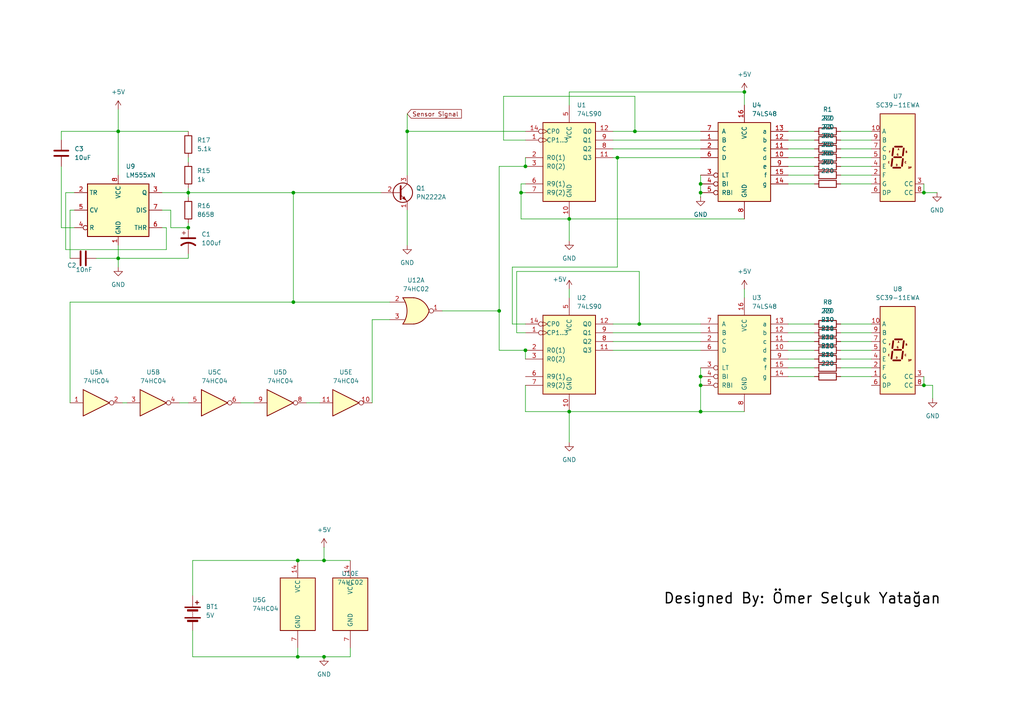
<source format=kicad_sch>
(kicad_sch
	(version 20231120)
	(generator "eeschema")
	(generator_version "8.0")
	(uuid "15362409-b7a8-4903-8c7f-27db10f975a0")
	(paper "A4")
	(title_block
		(title "RPM Counter")
		(date "2024-12-17")
	)
	(lib_symbols
		(symbol "74xx:74HC02"
			(pin_names
				(offset 1.016)
			)
			(exclude_from_sim no)
			(in_bom yes)
			(on_board yes)
			(property "Reference" "U"
				(at 0 1.27 0)
				(effects
					(font
						(size 1.27 1.27)
					)
				)
			)
			(property "Value" "74HC02"
				(at 0 -1.27 0)
				(effects
					(font
						(size 1.27 1.27)
					)
				)
			)
			(property "Footprint" ""
				(at 0 0 0)
				(effects
					(font
						(size 1.27 1.27)
					)
					(hide yes)
				)
			)
			(property "Datasheet" "http://www.ti.com/lit/gpn/sn74hc02"
				(at 0 0 0)
				(effects
					(font
						(size 1.27 1.27)
					)
					(hide yes)
				)
			)
			(property "Description" "quad 2-input NOR gate"
				(at 0 0 0)
				(effects
					(font
						(size 1.27 1.27)
					)
					(hide yes)
				)
			)
			(property "ki_locked" ""
				(at 0 0 0)
				(effects
					(font
						(size 1.27 1.27)
					)
				)
			)
			(property "ki_keywords" "HCMOS Nor2"
				(at 0 0 0)
				(effects
					(font
						(size 1.27 1.27)
					)
					(hide yes)
				)
			)
			(property "ki_fp_filters" "SO14* DIP*W7.62mm*"
				(at 0 0 0)
				(effects
					(font
						(size 1.27 1.27)
					)
					(hide yes)
				)
			)
			(symbol "74HC02_1_1"
				(arc
					(start -3.81 -3.81)
					(mid -2.589 0)
					(end -3.81 3.81)
					(stroke
						(width 0.254)
						(type default)
					)
					(fill
						(type none)
					)
				)
				(arc
					(start -0.6096 -3.81)
					(mid 2.1842 -2.5851)
					(end 3.81 0)
					(stroke
						(width 0.254)
						(type default)
					)
					(fill
						(type background)
					)
				)
				(polyline
					(pts
						(xy -3.81 -3.81) (xy -0.635 -3.81)
					)
					(stroke
						(width 0.254)
						(type default)
					)
					(fill
						(type background)
					)
				)
				(polyline
					(pts
						(xy -3.81 3.81) (xy -0.635 3.81)
					)
					(stroke
						(width 0.254)
						(type default)
					)
					(fill
						(type background)
					)
				)
				(polyline
					(pts
						(xy -0.635 3.81) (xy -3.81 3.81) (xy -3.81 3.81) (xy -3.556 3.4036) (xy -3.0226 2.2606) (xy -2.6924 1.0414)
						(xy -2.6162 -0.254) (xy -2.7686 -1.4986) (xy -3.175 -2.7178) (xy -3.81 -3.81) (xy -3.81 -3.81)
						(xy -0.635 -3.81)
					)
					(stroke
						(width -25.4)
						(type default)
					)
					(fill
						(type background)
					)
				)
				(arc
					(start 3.81 0)
					(mid 2.1915 2.5936)
					(end -0.6096 3.81)
					(stroke
						(width 0.254)
						(type default)
					)
					(fill
						(type background)
					)
				)
				(pin output inverted
					(at 7.62 0 180)
					(length 3.81)
					(name "~"
						(effects
							(font
								(size 1.27 1.27)
							)
						)
					)
					(number "1"
						(effects
							(font
								(size 1.27 1.27)
							)
						)
					)
				)
				(pin input line
					(at -7.62 2.54 0)
					(length 4.318)
					(name "~"
						(effects
							(font
								(size 1.27 1.27)
							)
						)
					)
					(number "2"
						(effects
							(font
								(size 1.27 1.27)
							)
						)
					)
				)
				(pin input line
					(at -7.62 -2.54 0)
					(length 4.318)
					(name "~"
						(effects
							(font
								(size 1.27 1.27)
							)
						)
					)
					(number "3"
						(effects
							(font
								(size 1.27 1.27)
							)
						)
					)
				)
			)
			(symbol "74HC02_1_2"
				(arc
					(start 0 -3.81)
					(mid 3.7934 0)
					(end 0 3.81)
					(stroke
						(width 0.254)
						(type default)
					)
					(fill
						(type background)
					)
				)
				(polyline
					(pts
						(xy 0 3.81) (xy -3.81 3.81) (xy -3.81 -3.81) (xy 0 -3.81)
					)
					(stroke
						(width 0.254)
						(type default)
					)
					(fill
						(type background)
					)
				)
				(pin output line
					(at 7.62 0 180)
					(length 3.81)
					(name "~"
						(effects
							(font
								(size 1.27 1.27)
							)
						)
					)
					(number "1"
						(effects
							(font
								(size 1.27 1.27)
							)
						)
					)
				)
				(pin input inverted
					(at -7.62 2.54 0)
					(length 3.81)
					(name "~"
						(effects
							(font
								(size 1.27 1.27)
							)
						)
					)
					(number "2"
						(effects
							(font
								(size 1.27 1.27)
							)
						)
					)
				)
				(pin input inverted
					(at -7.62 -2.54 0)
					(length 3.81)
					(name "~"
						(effects
							(font
								(size 1.27 1.27)
							)
						)
					)
					(number "3"
						(effects
							(font
								(size 1.27 1.27)
							)
						)
					)
				)
			)
			(symbol "74HC02_2_1"
				(arc
					(start -3.81 -3.81)
					(mid -2.589 0)
					(end -3.81 3.81)
					(stroke
						(width 0.254)
						(type default)
					)
					(fill
						(type none)
					)
				)
				(arc
					(start -0.6096 -3.81)
					(mid 2.1842 -2.5851)
					(end 3.81 0)
					(stroke
						(width 0.254)
						(type default)
					)
					(fill
						(type background)
					)
				)
				(polyline
					(pts
						(xy -3.81 -3.81) (xy -0.635 -3.81)
					)
					(stroke
						(width 0.254)
						(type default)
					)
					(fill
						(type background)
					)
				)
				(polyline
					(pts
						(xy -3.81 3.81) (xy -0.635 3.81)
					)
					(stroke
						(width 0.254)
						(type default)
					)
					(fill
						(type background)
					)
				)
				(polyline
					(pts
						(xy -0.635 3.81) (xy -3.81 3.81) (xy -3.81 3.81) (xy -3.556 3.4036) (xy -3.0226 2.2606) (xy -2.6924 1.0414)
						(xy -2.6162 -0.254) (xy -2.7686 -1.4986) (xy -3.175 -2.7178) (xy -3.81 -3.81) (xy -3.81 -3.81)
						(xy -0.635 -3.81)
					)
					(stroke
						(width -25.4)
						(type default)
					)
					(fill
						(type background)
					)
				)
				(arc
					(start 3.81 0)
					(mid 2.1915 2.5936)
					(end -0.6096 3.81)
					(stroke
						(width 0.254)
						(type default)
					)
					(fill
						(type background)
					)
				)
				(pin output inverted
					(at 7.62 0 180)
					(length 3.81)
					(name "~"
						(effects
							(font
								(size 1.27 1.27)
							)
						)
					)
					(number "4"
						(effects
							(font
								(size 1.27 1.27)
							)
						)
					)
				)
				(pin input line
					(at -7.62 2.54 0)
					(length 4.318)
					(name "~"
						(effects
							(font
								(size 1.27 1.27)
							)
						)
					)
					(number "5"
						(effects
							(font
								(size 1.27 1.27)
							)
						)
					)
				)
				(pin input line
					(at -7.62 -2.54 0)
					(length 4.318)
					(name "~"
						(effects
							(font
								(size 1.27 1.27)
							)
						)
					)
					(number "6"
						(effects
							(font
								(size 1.27 1.27)
							)
						)
					)
				)
			)
			(symbol "74HC02_2_2"
				(arc
					(start 0 -3.81)
					(mid 3.7934 0)
					(end 0 3.81)
					(stroke
						(width 0.254)
						(type default)
					)
					(fill
						(type background)
					)
				)
				(polyline
					(pts
						(xy 0 3.81) (xy -3.81 3.81) (xy -3.81 -3.81) (xy 0 -3.81)
					)
					(stroke
						(width 0.254)
						(type default)
					)
					(fill
						(type background)
					)
				)
				(pin output line
					(at 7.62 0 180)
					(length 3.81)
					(name "~"
						(effects
							(font
								(size 1.27 1.27)
							)
						)
					)
					(number "4"
						(effects
							(font
								(size 1.27 1.27)
							)
						)
					)
				)
				(pin input inverted
					(at -7.62 2.54 0)
					(length 3.81)
					(name "~"
						(effects
							(font
								(size 1.27 1.27)
							)
						)
					)
					(number "5"
						(effects
							(font
								(size 1.27 1.27)
							)
						)
					)
				)
				(pin input inverted
					(at -7.62 -2.54 0)
					(length 3.81)
					(name "~"
						(effects
							(font
								(size 1.27 1.27)
							)
						)
					)
					(number "6"
						(effects
							(font
								(size 1.27 1.27)
							)
						)
					)
				)
			)
			(symbol "74HC02_3_1"
				(arc
					(start -3.81 -3.81)
					(mid -2.589 0)
					(end -3.81 3.81)
					(stroke
						(width 0.254)
						(type default)
					)
					(fill
						(type none)
					)
				)
				(arc
					(start -0.6096 -3.81)
					(mid 2.1842 -2.5851)
					(end 3.81 0)
					(stroke
						(width 0.254)
						(type default)
					)
					(fill
						(type background)
					)
				)
				(polyline
					(pts
						(xy -3.81 -3.81) (xy -0.635 -3.81)
					)
					(stroke
						(width 0.254)
						(type default)
					)
					(fill
						(type background)
					)
				)
				(polyline
					(pts
						(xy -3.81 3.81) (xy -0.635 3.81)
					)
					(stroke
						(width 0.254)
						(type default)
					)
					(fill
						(type background)
					)
				)
				(polyline
					(pts
						(xy -0.635 3.81) (xy -3.81 3.81) (xy -3.81 3.81) (xy -3.556 3.4036) (xy -3.0226 2.2606) (xy -2.6924 1.0414)
						(xy -2.6162 -0.254) (xy -2.7686 -1.4986) (xy -3.175 -2.7178) (xy -3.81 -3.81) (xy -3.81 -3.81)
						(xy -0.635 -3.81)
					)
					(stroke
						(width -25.4)
						(type default)
					)
					(fill
						(type background)
					)
				)
				(arc
					(start 3.81 0)
					(mid 2.1915 2.5936)
					(end -0.6096 3.81)
					(stroke
						(width 0.254)
						(type default)
					)
					(fill
						(type background)
					)
				)
				(pin output inverted
					(at 7.62 0 180)
					(length 3.81)
					(name "~"
						(effects
							(font
								(size 1.27 1.27)
							)
						)
					)
					(number "10"
						(effects
							(font
								(size 1.27 1.27)
							)
						)
					)
				)
				(pin input line
					(at -7.62 2.54 0)
					(length 4.318)
					(name "~"
						(effects
							(font
								(size 1.27 1.27)
							)
						)
					)
					(number "8"
						(effects
							(font
								(size 1.27 1.27)
							)
						)
					)
				)
				(pin input line
					(at -7.62 -2.54 0)
					(length 4.318)
					(name "~"
						(effects
							(font
								(size 1.27 1.27)
							)
						)
					)
					(number "9"
						(effects
							(font
								(size 1.27 1.27)
							)
						)
					)
				)
			)
			(symbol "74HC02_3_2"
				(arc
					(start 0 -3.81)
					(mid 3.7934 0)
					(end 0 3.81)
					(stroke
						(width 0.254)
						(type default)
					)
					(fill
						(type background)
					)
				)
				(polyline
					(pts
						(xy 0 3.81) (xy -3.81 3.81) (xy -3.81 -3.81) (xy 0 -3.81)
					)
					(stroke
						(width 0.254)
						(type default)
					)
					(fill
						(type background)
					)
				)
				(pin output line
					(at 7.62 0 180)
					(length 3.81)
					(name "~"
						(effects
							(font
								(size 1.27 1.27)
							)
						)
					)
					(number "10"
						(effects
							(font
								(size 1.27 1.27)
							)
						)
					)
				)
				(pin input inverted
					(at -7.62 2.54 0)
					(length 3.81)
					(name "~"
						(effects
							(font
								(size 1.27 1.27)
							)
						)
					)
					(number "8"
						(effects
							(font
								(size 1.27 1.27)
							)
						)
					)
				)
				(pin input inverted
					(at -7.62 -2.54 0)
					(length 3.81)
					(name "~"
						(effects
							(font
								(size 1.27 1.27)
							)
						)
					)
					(number "9"
						(effects
							(font
								(size 1.27 1.27)
							)
						)
					)
				)
			)
			(symbol "74HC02_4_1"
				(arc
					(start -3.81 -3.81)
					(mid -2.589 0)
					(end -3.81 3.81)
					(stroke
						(width 0.254)
						(type default)
					)
					(fill
						(type none)
					)
				)
				(arc
					(start -0.6096 -3.81)
					(mid 2.1842 -2.5851)
					(end 3.81 0)
					(stroke
						(width 0.254)
						(type default)
					)
					(fill
						(type background)
					)
				)
				(polyline
					(pts
						(xy -3.81 -3.81) (xy -0.635 -3.81)
					)
					(stroke
						(width 0.254)
						(type default)
					)
					(fill
						(type background)
					)
				)
				(polyline
					(pts
						(xy -3.81 3.81) (xy -0.635 3.81)
					)
					(stroke
						(width 0.254)
						(type default)
					)
					(fill
						(type background)
					)
				)
				(polyline
					(pts
						(xy -0.635 3.81) (xy -3.81 3.81) (xy -3.81 3.81) (xy -3.556 3.4036) (xy -3.0226 2.2606) (xy -2.6924 1.0414)
						(xy -2.6162 -0.254) (xy -2.7686 -1.4986) (xy -3.175 -2.7178) (xy -3.81 -3.81) (xy -3.81 -3.81)
						(xy -0.635 -3.81)
					)
					(stroke
						(width -25.4)
						(type default)
					)
					(fill
						(type background)
					)
				)
				(arc
					(start 3.81 0)
					(mid 2.1915 2.5936)
					(end -0.6096 3.81)
					(stroke
						(width 0.254)
						(type default)
					)
					(fill
						(type background)
					)
				)
				(pin input line
					(at -7.62 2.54 0)
					(length 4.318)
					(name "~"
						(effects
							(font
								(size 1.27 1.27)
							)
						)
					)
					(number "11"
						(effects
							(font
								(size 1.27 1.27)
							)
						)
					)
				)
				(pin input line
					(at -7.62 -2.54 0)
					(length 4.318)
					(name "~"
						(effects
							(font
								(size 1.27 1.27)
							)
						)
					)
					(number "12"
						(effects
							(font
								(size 1.27 1.27)
							)
						)
					)
				)
				(pin output inverted
					(at 7.62 0 180)
					(length 3.81)
					(name "~"
						(effects
							(font
								(size 1.27 1.27)
							)
						)
					)
					(number "13"
						(effects
							(font
								(size 1.27 1.27)
							)
						)
					)
				)
			)
			(symbol "74HC02_4_2"
				(arc
					(start 0 -3.81)
					(mid 3.7934 0)
					(end 0 3.81)
					(stroke
						(width 0.254)
						(type default)
					)
					(fill
						(type background)
					)
				)
				(polyline
					(pts
						(xy 0 3.81) (xy -3.81 3.81) (xy -3.81 -3.81) (xy 0 -3.81)
					)
					(stroke
						(width 0.254)
						(type default)
					)
					(fill
						(type background)
					)
				)
				(pin input inverted
					(at -7.62 2.54 0)
					(length 3.81)
					(name "~"
						(effects
							(font
								(size 1.27 1.27)
							)
						)
					)
					(number "11"
						(effects
							(font
								(size 1.27 1.27)
							)
						)
					)
				)
				(pin input inverted
					(at -7.62 -2.54 0)
					(length 3.81)
					(name "~"
						(effects
							(font
								(size 1.27 1.27)
							)
						)
					)
					(number "12"
						(effects
							(font
								(size 1.27 1.27)
							)
						)
					)
				)
				(pin output line
					(at 7.62 0 180)
					(length 3.81)
					(name "~"
						(effects
							(font
								(size 1.27 1.27)
							)
						)
					)
					(number "13"
						(effects
							(font
								(size 1.27 1.27)
							)
						)
					)
				)
			)
			(symbol "74HC02_5_0"
				(pin power_in line
					(at 0 12.7 270)
					(length 5.08)
					(name "VCC"
						(effects
							(font
								(size 1.27 1.27)
							)
						)
					)
					(number "14"
						(effects
							(font
								(size 1.27 1.27)
							)
						)
					)
				)
				(pin power_in line
					(at 0 -12.7 90)
					(length 5.08)
					(name "GND"
						(effects
							(font
								(size 1.27 1.27)
							)
						)
					)
					(number "7"
						(effects
							(font
								(size 1.27 1.27)
							)
						)
					)
				)
			)
			(symbol "74HC02_5_1"
				(rectangle
					(start -5.08 7.62)
					(end 5.08 -7.62)
					(stroke
						(width 0.254)
						(type default)
					)
					(fill
						(type background)
					)
				)
			)
		)
		(symbol "74xx:74HC04"
			(exclude_from_sim no)
			(in_bom yes)
			(on_board yes)
			(property "Reference" "U"
				(at 0 1.27 0)
				(effects
					(font
						(size 1.27 1.27)
					)
				)
			)
			(property "Value" "74HC04"
				(at 0 -1.27 0)
				(effects
					(font
						(size 1.27 1.27)
					)
				)
			)
			(property "Footprint" ""
				(at 0 0 0)
				(effects
					(font
						(size 1.27 1.27)
					)
					(hide yes)
				)
			)
			(property "Datasheet" "https://assets.nexperia.com/documents/data-sheet/74HC_HCT04.pdf"
				(at 0 0 0)
				(effects
					(font
						(size 1.27 1.27)
					)
					(hide yes)
				)
			)
			(property "Description" "Hex Inverter"
				(at 0 0 0)
				(effects
					(font
						(size 1.27 1.27)
					)
					(hide yes)
				)
			)
			(property "ki_locked" ""
				(at 0 0 0)
				(effects
					(font
						(size 1.27 1.27)
					)
				)
			)
			(property "ki_keywords" "HCMOS not inv"
				(at 0 0 0)
				(effects
					(font
						(size 1.27 1.27)
					)
					(hide yes)
				)
			)
			(property "ki_fp_filters" "DIP*W7.62mm* SSOP?14* TSSOP?14*"
				(at 0 0 0)
				(effects
					(font
						(size 1.27 1.27)
					)
					(hide yes)
				)
			)
			(symbol "74HC04_1_0"
				(polyline
					(pts
						(xy -3.81 3.81) (xy -3.81 -3.81) (xy 3.81 0) (xy -3.81 3.81)
					)
					(stroke
						(width 0.254)
						(type default)
					)
					(fill
						(type background)
					)
				)
				(pin input line
					(at -7.62 0 0)
					(length 3.81)
					(name "~"
						(effects
							(font
								(size 1.27 1.27)
							)
						)
					)
					(number "1"
						(effects
							(font
								(size 1.27 1.27)
							)
						)
					)
				)
				(pin output inverted
					(at 7.62 0 180)
					(length 3.81)
					(name "~"
						(effects
							(font
								(size 1.27 1.27)
							)
						)
					)
					(number "2"
						(effects
							(font
								(size 1.27 1.27)
							)
						)
					)
				)
			)
			(symbol "74HC04_2_0"
				(polyline
					(pts
						(xy -3.81 3.81) (xy -3.81 -3.81) (xy 3.81 0) (xy -3.81 3.81)
					)
					(stroke
						(width 0.254)
						(type default)
					)
					(fill
						(type background)
					)
				)
				(pin input line
					(at -7.62 0 0)
					(length 3.81)
					(name "~"
						(effects
							(font
								(size 1.27 1.27)
							)
						)
					)
					(number "3"
						(effects
							(font
								(size 1.27 1.27)
							)
						)
					)
				)
				(pin output inverted
					(at 7.62 0 180)
					(length 3.81)
					(name "~"
						(effects
							(font
								(size 1.27 1.27)
							)
						)
					)
					(number "4"
						(effects
							(font
								(size 1.27 1.27)
							)
						)
					)
				)
			)
			(symbol "74HC04_3_0"
				(polyline
					(pts
						(xy -3.81 3.81) (xy -3.81 -3.81) (xy 3.81 0) (xy -3.81 3.81)
					)
					(stroke
						(width 0.254)
						(type default)
					)
					(fill
						(type background)
					)
				)
				(pin input line
					(at -7.62 0 0)
					(length 3.81)
					(name "~"
						(effects
							(font
								(size 1.27 1.27)
							)
						)
					)
					(number "5"
						(effects
							(font
								(size 1.27 1.27)
							)
						)
					)
				)
				(pin output inverted
					(at 7.62 0 180)
					(length 3.81)
					(name "~"
						(effects
							(font
								(size 1.27 1.27)
							)
						)
					)
					(number "6"
						(effects
							(font
								(size 1.27 1.27)
							)
						)
					)
				)
			)
			(symbol "74HC04_4_0"
				(polyline
					(pts
						(xy -3.81 3.81) (xy -3.81 -3.81) (xy 3.81 0) (xy -3.81 3.81)
					)
					(stroke
						(width 0.254)
						(type default)
					)
					(fill
						(type background)
					)
				)
				(pin output inverted
					(at 7.62 0 180)
					(length 3.81)
					(name "~"
						(effects
							(font
								(size 1.27 1.27)
							)
						)
					)
					(number "8"
						(effects
							(font
								(size 1.27 1.27)
							)
						)
					)
				)
				(pin input line
					(at -7.62 0 0)
					(length 3.81)
					(name "~"
						(effects
							(font
								(size 1.27 1.27)
							)
						)
					)
					(number "9"
						(effects
							(font
								(size 1.27 1.27)
							)
						)
					)
				)
			)
			(symbol "74HC04_5_0"
				(polyline
					(pts
						(xy -3.81 3.81) (xy -3.81 -3.81) (xy 3.81 0) (xy -3.81 3.81)
					)
					(stroke
						(width 0.254)
						(type default)
					)
					(fill
						(type background)
					)
				)
				(pin output inverted
					(at 7.62 0 180)
					(length 3.81)
					(name "~"
						(effects
							(font
								(size 1.27 1.27)
							)
						)
					)
					(number "10"
						(effects
							(font
								(size 1.27 1.27)
							)
						)
					)
				)
				(pin input line
					(at -7.62 0 0)
					(length 3.81)
					(name "~"
						(effects
							(font
								(size 1.27 1.27)
							)
						)
					)
					(number "11"
						(effects
							(font
								(size 1.27 1.27)
							)
						)
					)
				)
			)
			(symbol "74HC04_6_0"
				(polyline
					(pts
						(xy -3.81 3.81) (xy -3.81 -3.81) (xy 3.81 0) (xy -3.81 3.81)
					)
					(stroke
						(width 0.254)
						(type default)
					)
					(fill
						(type background)
					)
				)
				(pin output inverted
					(at 7.62 0 180)
					(length 3.81)
					(name "~"
						(effects
							(font
								(size 1.27 1.27)
							)
						)
					)
					(number "12"
						(effects
							(font
								(size 1.27 1.27)
							)
						)
					)
				)
				(pin input line
					(at -7.62 0 0)
					(length 3.81)
					(name "~"
						(effects
							(font
								(size 1.27 1.27)
							)
						)
					)
					(number "13"
						(effects
							(font
								(size 1.27 1.27)
							)
						)
					)
				)
			)
			(symbol "74HC04_7_0"
				(pin power_in line
					(at 0 12.7 270)
					(length 5.08)
					(name "VCC"
						(effects
							(font
								(size 1.27 1.27)
							)
						)
					)
					(number "14"
						(effects
							(font
								(size 1.27 1.27)
							)
						)
					)
				)
				(pin power_in line
					(at 0 -12.7 90)
					(length 5.08)
					(name "GND"
						(effects
							(font
								(size 1.27 1.27)
							)
						)
					)
					(number "7"
						(effects
							(font
								(size 1.27 1.27)
							)
						)
					)
				)
			)
			(symbol "74HC04_7_1"
				(rectangle
					(start -5.08 7.62)
					(end 5.08 -7.62)
					(stroke
						(width 0.254)
						(type default)
					)
					(fill
						(type background)
					)
				)
			)
		)
		(symbol "74xx:74LS48"
			(pin_names
				(offset 1.016)
			)
			(exclude_from_sim no)
			(in_bom yes)
			(on_board yes)
			(property "Reference" "U"
				(at -7.62 11.43 0)
				(effects
					(font
						(size 1.27 1.27)
					)
				)
			)
			(property "Value" "74LS48"
				(at -7.62 -13.97 0)
				(effects
					(font
						(size 1.27 1.27)
					)
				)
			)
			(property "Footprint" ""
				(at 0 0 0)
				(effects
					(font
						(size 1.27 1.27)
					)
					(hide yes)
				)
			)
			(property "Datasheet" "http://www.ti.com/lit/gpn/sn74LS48"
				(at 0 0 0)
				(effects
					(font
						(size 1.27 1.27)
					)
					(hide yes)
				)
			)
			(property "Description" "BCD to 7-segment Decoder/driver, Active High outputs"
				(at 0 0 0)
				(effects
					(font
						(size 1.27 1.27)
					)
					(hide yes)
				)
			)
			(property "ki_locked" ""
				(at 0 0 0)
				(effects
					(font
						(size 1.27 1.27)
					)
				)
			)
			(property "ki_keywords" "TTL DECOD DECOD7"
				(at 0 0 0)
				(effects
					(font
						(size 1.27 1.27)
					)
					(hide yes)
				)
			)
			(property "ki_fp_filters" "DIP?16*"
				(at 0 0 0)
				(effects
					(font
						(size 1.27 1.27)
					)
					(hide yes)
				)
			)
			(symbol "74LS48_1_0"
				(pin input line
					(at -12.7 5.08 0)
					(length 5.08)
					(name "B"
						(effects
							(font
								(size 1.27 1.27)
							)
						)
					)
					(number "1"
						(effects
							(font
								(size 1.27 1.27)
							)
						)
					)
				)
				(pin open_collector line
					(at 12.7 0 180)
					(length 5.08)
					(name "d"
						(effects
							(font
								(size 1.27 1.27)
							)
						)
					)
					(number "10"
						(effects
							(font
								(size 1.27 1.27)
							)
						)
					)
				)
				(pin open_collector line
					(at 12.7 2.54 180)
					(length 5.08)
					(name "c"
						(effects
							(font
								(size 1.27 1.27)
							)
						)
					)
					(number "11"
						(effects
							(font
								(size 1.27 1.27)
							)
						)
					)
				)
				(pin open_collector line
					(at 12.7 5.08 180)
					(length 5.08)
					(name "b"
						(effects
							(font
								(size 1.27 1.27)
							)
						)
					)
					(number "12"
						(effects
							(font
								(size 1.27 1.27)
							)
						)
					)
				)
				(pin open_collector line
					(at 12.7 7.62 180)
					(length 5.08)
					(name "a"
						(effects
							(font
								(size 1.27 1.27)
							)
						)
					)
					(number "13"
						(effects
							(font
								(size 1.27 1.27)
							)
						)
					)
				)
				(pin open_collector line
					(at 12.7 -7.62 180)
					(length 5.08)
					(name "g"
						(effects
							(font
								(size 1.27 1.27)
							)
						)
					)
					(number "14"
						(effects
							(font
								(size 1.27 1.27)
							)
						)
					)
				)
				(pin open_collector line
					(at 12.7 -5.08 180)
					(length 5.08)
					(name "f"
						(effects
							(font
								(size 1.27 1.27)
							)
						)
					)
					(number "15"
						(effects
							(font
								(size 1.27 1.27)
							)
						)
					)
				)
				(pin power_in line
					(at 0 15.24 270)
					(length 5.08)
					(name "VCC"
						(effects
							(font
								(size 1.27 1.27)
							)
						)
					)
					(number "16"
						(effects
							(font
								(size 1.27 1.27)
							)
						)
					)
				)
				(pin input line
					(at -12.7 2.54 0)
					(length 5.08)
					(name "C"
						(effects
							(font
								(size 1.27 1.27)
							)
						)
					)
					(number "2"
						(effects
							(font
								(size 1.27 1.27)
							)
						)
					)
				)
				(pin input inverted
					(at -12.7 -5.08 0)
					(length 5.08)
					(name "LT"
						(effects
							(font
								(size 1.27 1.27)
							)
						)
					)
					(number "3"
						(effects
							(font
								(size 1.27 1.27)
							)
						)
					)
				)
				(pin input inverted
					(at -12.7 -7.62 0)
					(length 5.08)
					(name "BI"
						(effects
							(font
								(size 1.27 1.27)
							)
						)
					)
					(number "4"
						(effects
							(font
								(size 1.27 1.27)
							)
						)
					)
				)
				(pin input inverted
					(at -12.7 -10.16 0)
					(length 5.08)
					(name "RBI"
						(effects
							(font
								(size 1.27 1.27)
							)
						)
					)
					(number "5"
						(effects
							(font
								(size 1.27 1.27)
							)
						)
					)
				)
				(pin input line
					(at -12.7 0 0)
					(length 5.08)
					(name "D"
						(effects
							(font
								(size 1.27 1.27)
							)
						)
					)
					(number "6"
						(effects
							(font
								(size 1.27 1.27)
							)
						)
					)
				)
				(pin input line
					(at -12.7 7.62 0)
					(length 5.08)
					(name "A"
						(effects
							(font
								(size 1.27 1.27)
							)
						)
					)
					(number "7"
						(effects
							(font
								(size 1.27 1.27)
							)
						)
					)
				)
				(pin power_in line
					(at 0 -17.78 90)
					(length 5.08)
					(name "GND"
						(effects
							(font
								(size 1.27 1.27)
							)
						)
					)
					(number "8"
						(effects
							(font
								(size 1.27 1.27)
							)
						)
					)
				)
				(pin open_collector line
					(at 12.7 -2.54 180)
					(length 5.08)
					(name "e"
						(effects
							(font
								(size 1.27 1.27)
							)
						)
					)
					(number "9"
						(effects
							(font
								(size 1.27 1.27)
							)
						)
					)
				)
			)
			(symbol "74LS48_1_1"
				(rectangle
					(start -7.62 10.16)
					(end 7.62 -12.7)
					(stroke
						(width 0.254)
						(type default)
					)
					(fill
						(type background)
					)
				)
			)
		)
		(symbol "74xx:74LS90"
			(pin_names
				(offset 1.016)
			)
			(exclude_from_sim no)
			(in_bom yes)
			(on_board yes)
			(property "Reference" "U"
				(at -7.62 11.43 0)
				(effects
					(font
						(size 1.27 1.27)
					)
				)
			)
			(property "Value" "74LS90"
				(at -7.62 -13.97 0)
				(effects
					(font
						(size 1.27 1.27)
					)
				)
			)
			(property "Footprint" ""
				(at 0 0 0)
				(effects
					(font
						(size 1.27 1.27)
					)
					(hide yes)
				)
			)
			(property "Datasheet" "http://www.ti.com/lit/gpn/sn74LS90"
				(at 0 0 0)
				(effects
					(font
						(size 1.27 1.27)
					)
					(hide yes)
				)
			)
			(property "Description" "BCD Counter ( div 2 & div 5 )"
				(at 0 0 0)
				(effects
					(font
						(size 1.27 1.27)
					)
					(hide yes)
				)
			)
			(property "ki_locked" ""
				(at 0 0 0)
				(effects
					(font
						(size 1.27 1.27)
					)
				)
			)
			(property "ki_keywords" "TTL CNT CNT4"
				(at 0 0 0)
				(effects
					(font
						(size 1.27 1.27)
					)
					(hide yes)
				)
			)
			(property "ki_fp_filters" "DIP?12*"
				(at 0 0 0)
				(effects
					(font
						(size 1.27 1.27)
					)
					(hide yes)
				)
			)
			(symbol "74LS90_1_0"
				(pin input inverted_clock
					(at -12.7 5.08 0)
					(length 5.08)
					(name "CP1..3"
						(effects
							(font
								(size 1.27 1.27)
							)
						)
					)
					(number "1"
						(effects
							(font
								(size 1.27 1.27)
							)
						)
					)
				)
				(pin power_in line
					(at 0 -17.78 90)
					(length 5.08)
					(name "GND"
						(effects
							(font
								(size 1.27 1.27)
							)
						)
					)
					(number "10"
						(effects
							(font
								(size 1.27 1.27)
							)
						)
					)
				)
				(pin output line
					(at 12.7 0 180)
					(length 5.08)
					(name "Q3"
						(effects
							(font
								(size 1.27 1.27)
							)
						)
					)
					(number "11"
						(effects
							(font
								(size 1.27 1.27)
							)
						)
					)
				)
				(pin output line
					(at 12.7 7.62 180)
					(length 5.08)
					(name "Q0"
						(effects
							(font
								(size 1.27 1.27)
							)
						)
					)
					(number "12"
						(effects
							(font
								(size 1.27 1.27)
							)
						)
					)
				)
				(pin input inverted_clock
					(at -12.7 7.62 0)
					(length 5.08)
					(name "CP0"
						(effects
							(font
								(size 1.27 1.27)
							)
						)
					)
					(number "14"
						(effects
							(font
								(size 1.27 1.27)
							)
						)
					)
				)
				(pin input line
					(at -12.7 0 0)
					(length 5.08)
					(name "R0(1)"
						(effects
							(font
								(size 1.27 1.27)
							)
						)
					)
					(number "2"
						(effects
							(font
								(size 1.27 1.27)
							)
						)
					)
				)
				(pin input line
					(at -12.7 -2.54 0)
					(length 5.08)
					(name "R0(2)"
						(effects
							(font
								(size 1.27 1.27)
							)
						)
					)
					(number "3"
						(effects
							(font
								(size 1.27 1.27)
							)
						)
					)
				)
				(pin power_in line
					(at 0 15.24 270)
					(length 5.08)
					(name "VCC"
						(effects
							(font
								(size 1.27 1.27)
							)
						)
					)
					(number "5"
						(effects
							(font
								(size 1.27 1.27)
							)
						)
					)
				)
				(pin input line
					(at -12.7 -7.62 0)
					(length 5.08)
					(name "R9(1)"
						(effects
							(font
								(size 1.27 1.27)
							)
						)
					)
					(number "6"
						(effects
							(font
								(size 1.27 1.27)
							)
						)
					)
				)
				(pin input line
					(at -12.7 -10.16 0)
					(length 5.08)
					(name "R9(2)"
						(effects
							(font
								(size 1.27 1.27)
							)
						)
					)
					(number "7"
						(effects
							(font
								(size 1.27 1.27)
							)
						)
					)
				)
				(pin output line
					(at 12.7 2.54 180)
					(length 5.08)
					(name "Q2"
						(effects
							(font
								(size 1.27 1.27)
							)
						)
					)
					(number "8"
						(effects
							(font
								(size 1.27 1.27)
							)
						)
					)
				)
				(pin output line
					(at 12.7 5.08 180)
					(length 5.08)
					(name "Q1"
						(effects
							(font
								(size 1.27 1.27)
							)
						)
					)
					(number "9"
						(effects
							(font
								(size 1.27 1.27)
							)
						)
					)
				)
			)
			(symbol "74LS90_1_1"
				(rectangle
					(start -7.62 10.16)
					(end 7.62 -12.7)
					(stroke
						(width 0.254)
						(type default)
					)
					(fill
						(type background)
					)
				)
			)
		)
		(symbol "Device:Battery"
			(pin_numbers hide)
			(pin_names
				(offset 0) hide)
			(exclude_from_sim no)
			(in_bom yes)
			(on_board yes)
			(property "Reference" "BT"
				(at 2.54 2.54 0)
				(effects
					(font
						(size 1.27 1.27)
					)
					(justify left)
				)
			)
			(property "Value" "Battery"
				(at 2.54 0 0)
				(effects
					(font
						(size 1.27 1.27)
					)
					(justify left)
				)
			)
			(property "Footprint" ""
				(at 0 1.524 90)
				(effects
					(font
						(size 1.27 1.27)
					)
					(hide yes)
				)
			)
			(property "Datasheet" "~"
				(at 0 1.524 90)
				(effects
					(font
						(size 1.27 1.27)
					)
					(hide yes)
				)
			)
			(property "Description" "Multiple-cell battery"
				(at 0 0 0)
				(effects
					(font
						(size 1.27 1.27)
					)
					(hide yes)
				)
			)
			(property "ki_keywords" "batt voltage-source cell"
				(at 0 0 0)
				(effects
					(font
						(size 1.27 1.27)
					)
					(hide yes)
				)
			)
			(symbol "Battery_0_1"
				(rectangle
					(start -2.286 -1.27)
					(end 2.286 -1.524)
					(stroke
						(width 0)
						(type default)
					)
					(fill
						(type outline)
					)
				)
				(rectangle
					(start -2.286 1.778)
					(end 2.286 1.524)
					(stroke
						(width 0)
						(type default)
					)
					(fill
						(type outline)
					)
				)
				(rectangle
					(start -1.524 -2.032)
					(end 1.524 -2.54)
					(stroke
						(width 0)
						(type default)
					)
					(fill
						(type outline)
					)
				)
				(rectangle
					(start -1.524 1.016)
					(end 1.524 0.508)
					(stroke
						(width 0)
						(type default)
					)
					(fill
						(type outline)
					)
				)
				(polyline
					(pts
						(xy 0 -1.016) (xy 0 -0.762)
					)
					(stroke
						(width 0)
						(type default)
					)
					(fill
						(type none)
					)
				)
				(polyline
					(pts
						(xy 0 -0.508) (xy 0 -0.254)
					)
					(stroke
						(width 0)
						(type default)
					)
					(fill
						(type none)
					)
				)
				(polyline
					(pts
						(xy 0 0) (xy 0 0.254)
					)
					(stroke
						(width 0)
						(type default)
					)
					(fill
						(type none)
					)
				)
				(polyline
					(pts
						(xy 0 1.778) (xy 0 2.54)
					)
					(stroke
						(width 0)
						(type default)
					)
					(fill
						(type none)
					)
				)
				(polyline
					(pts
						(xy 0.762 3.048) (xy 1.778 3.048)
					)
					(stroke
						(width 0.254)
						(type default)
					)
					(fill
						(type none)
					)
				)
				(polyline
					(pts
						(xy 1.27 3.556) (xy 1.27 2.54)
					)
					(stroke
						(width 0.254)
						(type default)
					)
					(fill
						(type none)
					)
				)
			)
			(symbol "Battery_1_1"
				(pin passive line
					(at 0 5.08 270)
					(length 2.54)
					(name "+"
						(effects
							(font
								(size 1.27 1.27)
							)
						)
					)
					(number "1"
						(effects
							(font
								(size 1.27 1.27)
							)
						)
					)
				)
				(pin passive line
					(at 0 -5.08 90)
					(length 2.54)
					(name "-"
						(effects
							(font
								(size 1.27 1.27)
							)
						)
					)
					(number "2"
						(effects
							(font
								(size 1.27 1.27)
							)
						)
					)
				)
			)
		)
		(symbol "Device:C"
			(pin_numbers hide)
			(pin_names
				(offset 0.254)
			)
			(exclude_from_sim no)
			(in_bom yes)
			(on_board yes)
			(property "Reference" "C"
				(at 0.635 2.54 0)
				(effects
					(font
						(size 1.27 1.27)
					)
					(justify left)
				)
			)
			(property "Value" "C"
				(at 0.635 -2.54 0)
				(effects
					(font
						(size 1.27 1.27)
					)
					(justify left)
				)
			)
			(property "Footprint" ""
				(at 0.9652 -3.81 0)
				(effects
					(font
						(size 1.27 1.27)
					)
					(hide yes)
				)
			)
			(property "Datasheet" "~"
				(at 0 0 0)
				(effects
					(font
						(size 1.27 1.27)
					)
					(hide yes)
				)
			)
			(property "Description" "Unpolarized capacitor"
				(at 0 0 0)
				(effects
					(font
						(size 1.27 1.27)
					)
					(hide yes)
				)
			)
			(property "ki_keywords" "cap capacitor"
				(at 0 0 0)
				(effects
					(font
						(size 1.27 1.27)
					)
					(hide yes)
				)
			)
			(property "ki_fp_filters" "C_*"
				(at 0 0 0)
				(effects
					(font
						(size 1.27 1.27)
					)
					(hide yes)
				)
			)
			(symbol "C_0_1"
				(polyline
					(pts
						(xy -2.032 -0.762) (xy 2.032 -0.762)
					)
					(stroke
						(width 0.508)
						(type default)
					)
					(fill
						(type none)
					)
				)
				(polyline
					(pts
						(xy -2.032 0.762) (xy 2.032 0.762)
					)
					(stroke
						(width 0.508)
						(type default)
					)
					(fill
						(type none)
					)
				)
			)
			(symbol "C_1_1"
				(pin passive line
					(at 0 3.81 270)
					(length 2.794)
					(name "~"
						(effects
							(font
								(size 1.27 1.27)
							)
						)
					)
					(number "1"
						(effects
							(font
								(size 1.27 1.27)
							)
						)
					)
				)
				(pin passive line
					(at 0 -3.81 90)
					(length 2.794)
					(name "~"
						(effects
							(font
								(size 1.27 1.27)
							)
						)
					)
					(number "2"
						(effects
							(font
								(size 1.27 1.27)
							)
						)
					)
				)
			)
		)
		(symbol "Device:C_Polarized_US"
			(pin_numbers hide)
			(pin_names
				(offset 0.254) hide)
			(exclude_from_sim no)
			(in_bom yes)
			(on_board yes)
			(property "Reference" "C"
				(at 0.635 2.54 0)
				(effects
					(font
						(size 1.27 1.27)
					)
					(justify left)
				)
			)
			(property "Value" "C_Polarized_US"
				(at 0.635 -2.54 0)
				(effects
					(font
						(size 1.27 1.27)
					)
					(justify left)
				)
			)
			(property "Footprint" ""
				(at 0 0 0)
				(effects
					(font
						(size 1.27 1.27)
					)
					(hide yes)
				)
			)
			(property "Datasheet" "~"
				(at 0 0 0)
				(effects
					(font
						(size 1.27 1.27)
					)
					(hide yes)
				)
			)
			(property "Description" "Polarized capacitor, US symbol"
				(at 0 0 0)
				(effects
					(font
						(size 1.27 1.27)
					)
					(hide yes)
				)
			)
			(property "ki_keywords" "cap capacitor"
				(at 0 0 0)
				(effects
					(font
						(size 1.27 1.27)
					)
					(hide yes)
				)
			)
			(property "ki_fp_filters" "CP_*"
				(at 0 0 0)
				(effects
					(font
						(size 1.27 1.27)
					)
					(hide yes)
				)
			)
			(symbol "C_Polarized_US_0_1"
				(polyline
					(pts
						(xy -2.032 0.762) (xy 2.032 0.762)
					)
					(stroke
						(width 0.508)
						(type default)
					)
					(fill
						(type none)
					)
				)
				(polyline
					(pts
						(xy -1.778 2.286) (xy -0.762 2.286)
					)
					(stroke
						(width 0)
						(type default)
					)
					(fill
						(type none)
					)
				)
				(polyline
					(pts
						(xy -1.27 1.778) (xy -1.27 2.794)
					)
					(stroke
						(width 0)
						(type default)
					)
					(fill
						(type none)
					)
				)
				(arc
					(start 2.032 -1.27)
					(mid 0 -0.5572)
					(end -2.032 -1.27)
					(stroke
						(width 0.508)
						(type default)
					)
					(fill
						(type none)
					)
				)
			)
			(symbol "C_Polarized_US_1_1"
				(pin passive line
					(at 0 3.81 270)
					(length 2.794)
					(name "~"
						(effects
							(font
								(size 1.27 1.27)
							)
						)
					)
					(number "1"
						(effects
							(font
								(size 1.27 1.27)
							)
						)
					)
				)
				(pin passive line
					(at 0 -3.81 90)
					(length 3.302)
					(name "~"
						(effects
							(font
								(size 1.27 1.27)
							)
						)
					)
					(number "2"
						(effects
							(font
								(size 1.27 1.27)
							)
						)
					)
				)
			)
		)
		(symbol "Device:R"
			(pin_numbers hide)
			(pin_names
				(offset 0)
			)
			(exclude_from_sim no)
			(in_bom yes)
			(on_board yes)
			(property "Reference" "R"
				(at 2.032 0 90)
				(effects
					(font
						(size 1.27 1.27)
					)
				)
			)
			(property "Value" "R"
				(at 0 0 90)
				(effects
					(font
						(size 1.27 1.27)
					)
				)
			)
			(property "Footprint" ""
				(at -1.778 0 90)
				(effects
					(font
						(size 1.27 1.27)
					)
					(hide yes)
				)
			)
			(property "Datasheet" "~"
				(at 0 0 0)
				(effects
					(font
						(size 1.27 1.27)
					)
					(hide yes)
				)
			)
			(property "Description" "Resistor"
				(at 0 0 0)
				(effects
					(font
						(size 1.27 1.27)
					)
					(hide yes)
				)
			)
			(property "ki_keywords" "R res resistor"
				(at 0 0 0)
				(effects
					(font
						(size 1.27 1.27)
					)
					(hide yes)
				)
			)
			(property "ki_fp_filters" "R_*"
				(at 0 0 0)
				(effects
					(font
						(size 1.27 1.27)
					)
					(hide yes)
				)
			)
			(symbol "R_0_1"
				(rectangle
					(start -1.016 -2.54)
					(end 1.016 2.54)
					(stroke
						(width 0.254)
						(type default)
					)
					(fill
						(type none)
					)
				)
			)
			(symbol "R_1_1"
				(pin passive line
					(at 0 3.81 270)
					(length 1.27)
					(name "~"
						(effects
							(font
								(size 1.27 1.27)
							)
						)
					)
					(number "1"
						(effects
							(font
								(size 1.27 1.27)
							)
						)
					)
				)
				(pin passive line
					(at 0 -3.81 90)
					(length 1.27)
					(name "~"
						(effects
							(font
								(size 1.27 1.27)
							)
						)
					)
					(number "2"
						(effects
							(font
								(size 1.27 1.27)
							)
						)
					)
				)
			)
		)
		(symbol "Display_Character:SC39-11EWA"
			(exclude_from_sim no)
			(in_bom yes)
			(on_board yes)
			(property "Reference" "U"
				(at -3.81 13.97 0)
				(effects
					(font
						(size 1.27 1.27)
					)
				)
			)
			(property "Value" "SC39-11EWA"
				(at 6.35 13.97 0)
				(effects
					(font
						(size 1.27 1.27)
					)
				)
			)
			(property "Footprint" "Display_7Segment:Sx39-1xxxxx"
				(at 0 -13.97 0)
				(effects
					(font
						(size 1.27 1.27)
					)
					(hide yes)
				)
			)
			(property "Datasheet" "http://www.kingbrightusa.com/images/catalog/SPEC/sc39-11ewa.pdf"
				(at 0 0 0)
				(effects
					(font
						(size 1.27 1.27)
					)
					(hide yes)
				)
			)
			(property "Description" "Single digit 7 segment display, high efficiency red, common cathode"
				(at 0 0 0)
				(effects
					(font
						(size 1.27 1.27)
					)
					(hide yes)
				)
			)
			(property "ki_keywords" "display LED 7-segment"
				(at 0 0 0)
				(effects
					(font
						(size 1.27 1.27)
					)
					(hide yes)
				)
			)
			(property "ki_fp_filters" "S?39?1*"
				(at 0 0 0)
				(effects
					(font
						(size 1.27 1.27)
					)
					(hide yes)
				)
			)
			(symbol "SC39-11EWA_1_0"
				(text "A"
					(at 0.254 2.413 0)
					(effects
						(font
							(size 0.508 0.508)
						)
					)
				)
				(text "B"
					(at 2.54 1.651 0)
					(effects
						(font
							(size 0.508 0.508)
						)
					)
				)
				(text "C"
					(at 2.286 -1.397 0)
					(effects
						(font
							(size 0.508 0.508)
						)
					)
				)
				(text "D"
					(at -0.254 -2.159 0)
					(effects
						(font
							(size 0.508 0.508)
						)
					)
				)
				(text "DP"
					(at 3.556 -2.921 0)
					(effects
						(font
							(size 0.508 0.508)
						)
					)
				)
				(text "E"
					(at -2.54 -1.397 0)
					(effects
						(font
							(size 0.508 0.508)
						)
					)
				)
				(text "F"
					(at -2.286 1.651 0)
					(effects
						(font
							(size 0.508 0.508)
						)
					)
				)
				(text "G"
					(at 0 0.889 0)
					(effects
						(font
							(size 0.508 0.508)
						)
					)
				)
			)
			(symbol "SC39-11EWA_1_1"
				(rectangle
					(start -5.08 12.7)
					(end 5.08 -12.7)
					(stroke
						(width 0.254)
						(type default)
					)
					(fill
						(type background)
					)
				)
				(polyline
					(pts
						(xy -1.524 -0.381) (xy -1.778 -2.413)
					)
					(stroke
						(width 0.508)
						(type default)
					)
					(fill
						(type none)
					)
				)
				(polyline
					(pts
						(xy -1.27 -2.921) (xy 0.762 -2.921)
					)
					(stroke
						(width 0.508)
						(type default)
					)
					(fill
						(type none)
					)
				)
				(polyline
					(pts
						(xy -1.27 2.667) (xy -1.524 0.635)
					)
					(stroke
						(width 0.508)
						(type default)
					)
					(fill
						(type none)
					)
				)
				(polyline
					(pts
						(xy -1.016 0.127) (xy 1.016 0.127)
					)
					(stroke
						(width 0.508)
						(type default)
					)
					(fill
						(type none)
					)
				)
				(polyline
					(pts
						(xy -0.762 3.175) (xy 1.27 3.175)
					)
					(stroke
						(width 0.508)
						(type default)
					)
					(fill
						(type none)
					)
				)
				(polyline
					(pts
						(xy 1.524 -0.381) (xy 1.27 -2.413)
					)
					(stroke
						(width 0.508)
						(type default)
					)
					(fill
						(type none)
					)
				)
				(polyline
					(pts
						(xy 1.778 2.667) (xy 1.524 0.635)
					)
					(stroke
						(width 0.508)
						(type default)
					)
					(fill
						(type none)
					)
				)
				(polyline
					(pts
						(xy 2.54 -2.921) (xy 2.54 -2.921)
					)
					(stroke
						(width 0.508)
						(type default)
					)
					(fill
						(type none)
					)
				)
				(pin input line
					(at -7.62 -7.62 0)
					(length 2.54)
					(name "G"
						(effects
							(font
								(size 1.27 1.27)
							)
						)
					)
					(number "1"
						(effects
							(font
								(size 1.27 1.27)
							)
						)
					)
				)
				(pin input line
					(at -7.62 7.62 0)
					(length 2.54)
					(name "A"
						(effects
							(font
								(size 1.27 1.27)
							)
						)
					)
					(number "10"
						(effects
							(font
								(size 1.27 1.27)
							)
						)
					)
				)
				(pin input line
					(at -7.62 -5.08 0)
					(length 2.54)
					(name "F"
						(effects
							(font
								(size 1.27 1.27)
							)
						)
					)
					(number "2"
						(effects
							(font
								(size 1.27 1.27)
							)
						)
					)
				)
				(pin input line
					(at 7.62 -7.62 180)
					(length 2.54)
					(name "CC"
						(effects
							(font
								(size 1.27 1.27)
							)
						)
					)
					(number "3"
						(effects
							(font
								(size 1.27 1.27)
							)
						)
					)
				)
				(pin input line
					(at -7.62 -2.54 0)
					(length 2.54)
					(name "E"
						(effects
							(font
								(size 1.27 1.27)
							)
						)
					)
					(number "4"
						(effects
							(font
								(size 1.27 1.27)
							)
						)
					)
				)
				(pin input line
					(at -7.62 0 0)
					(length 2.54)
					(name "D"
						(effects
							(font
								(size 1.27 1.27)
							)
						)
					)
					(number "5"
						(effects
							(font
								(size 1.27 1.27)
							)
						)
					)
				)
				(pin input line
					(at -7.62 -10.16 0)
					(length 2.54)
					(name "DP"
						(effects
							(font
								(size 1.27 1.27)
							)
						)
					)
					(number "6"
						(effects
							(font
								(size 1.27 1.27)
							)
						)
					)
				)
				(pin input line
					(at -7.62 2.54 0)
					(length 2.54)
					(name "C"
						(effects
							(font
								(size 1.27 1.27)
							)
						)
					)
					(number "7"
						(effects
							(font
								(size 1.27 1.27)
							)
						)
					)
				)
				(pin input line
					(at 7.62 -10.16 180)
					(length 2.54)
					(name "CC"
						(effects
							(font
								(size 1.27 1.27)
							)
						)
					)
					(number "8"
						(effects
							(font
								(size 1.27 1.27)
							)
						)
					)
				)
				(pin input line
					(at -7.62 5.08 0)
					(length 2.54)
					(name "B"
						(effects
							(font
								(size 1.27 1.27)
							)
						)
					)
					(number "9"
						(effects
							(font
								(size 1.27 1.27)
							)
						)
					)
				)
			)
		)
		(symbol "Timer:LM555xN"
			(exclude_from_sim no)
			(in_bom yes)
			(on_board yes)
			(property "Reference" "U"
				(at -10.16 8.89 0)
				(effects
					(font
						(size 1.27 1.27)
					)
					(justify left)
				)
			)
			(property "Value" "LM555xN"
				(at 2.54 8.89 0)
				(effects
					(font
						(size 1.27 1.27)
					)
					(justify left)
				)
			)
			(property "Footprint" "Package_DIP:DIP-8_W7.62mm"
				(at 16.51 -10.16 0)
				(effects
					(font
						(size 1.27 1.27)
					)
					(hide yes)
				)
			)
			(property "Datasheet" "http://www.ti.com/lit/ds/symlink/lm555.pdf"
				(at 21.59 -10.16 0)
				(effects
					(font
						(size 1.27 1.27)
					)
					(hide yes)
				)
			)
			(property "Description" "Timer, 555 compatible, PDIP-8"
				(at 0 0 0)
				(effects
					(font
						(size 1.27 1.27)
					)
					(hide yes)
				)
			)
			(property "ki_keywords" "single timer 555"
				(at 0 0 0)
				(effects
					(font
						(size 1.27 1.27)
					)
					(hide yes)
				)
			)
			(property "ki_fp_filters" "DIP*W7.62mm*"
				(at 0 0 0)
				(effects
					(font
						(size 1.27 1.27)
					)
					(hide yes)
				)
			)
			(symbol "LM555xN_0_0"
				(pin power_in line
					(at 0 -10.16 90)
					(length 2.54)
					(name "GND"
						(effects
							(font
								(size 1.27 1.27)
							)
						)
					)
					(number "1"
						(effects
							(font
								(size 1.27 1.27)
							)
						)
					)
				)
				(pin power_in line
					(at 0 10.16 270)
					(length 2.54)
					(name "VCC"
						(effects
							(font
								(size 1.27 1.27)
							)
						)
					)
					(number "8"
						(effects
							(font
								(size 1.27 1.27)
							)
						)
					)
				)
			)
			(symbol "LM555xN_0_1"
				(rectangle
					(start -8.89 -7.62)
					(end 8.89 7.62)
					(stroke
						(width 0.254)
						(type default)
					)
					(fill
						(type background)
					)
				)
				(rectangle
					(start -8.89 -7.62)
					(end 8.89 7.62)
					(stroke
						(width 0.254)
						(type default)
					)
					(fill
						(type background)
					)
				)
			)
			(symbol "LM555xN_1_1"
				(pin input line
					(at -12.7 5.08 0)
					(length 3.81)
					(name "TR"
						(effects
							(font
								(size 1.27 1.27)
							)
						)
					)
					(number "2"
						(effects
							(font
								(size 1.27 1.27)
							)
						)
					)
				)
				(pin output line
					(at 12.7 5.08 180)
					(length 3.81)
					(name "Q"
						(effects
							(font
								(size 1.27 1.27)
							)
						)
					)
					(number "3"
						(effects
							(font
								(size 1.27 1.27)
							)
						)
					)
				)
				(pin input inverted
					(at -12.7 -5.08 0)
					(length 3.81)
					(name "R"
						(effects
							(font
								(size 1.27 1.27)
							)
						)
					)
					(number "4"
						(effects
							(font
								(size 1.27 1.27)
							)
						)
					)
				)
				(pin input line
					(at -12.7 0 0)
					(length 3.81)
					(name "CV"
						(effects
							(font
								(size 1.27 1.27)
							)
						)
					)
					(number "5"
						(effects
							(font
								(size 1.27 1.27)
							)
						)
					)
				)
				(pin input line
					(at 12.7 -5.08 180)
					(length 3.81)
					(name "THR"
						(effects
							(font
								(size 1.27 1.27)
							)
						)
					)
					(number "6"
						(effects
							(font
								(size 1.27 1.27)
							)
						)
					)
				)
				(pin input line
					(at 12.7 0 180)
					(length 3.81)
					(name "DIS"
						(effects
							(font
								(size 1.27 1.27)
							)
						)
					)
					(number "7"
						(effects
							(font
								(size 1.27 1.27)
							)
						)
					)
				)
			)
		)
		(symbol "Transistor_BJT:PN2222A"
			(pin_names
				(offset 0) hide)
			(exclude_from_sim no)
			(in_bom yes)
			(on_board yes)
			(property "Reference" "Q"
				(at 5.08 1.905 0)
				(effects
					(font
						(size 1.27 1.27)
					)
					(justify left)
				)
			)
			(property "Value" "PN2222A"
				(at 5.08 0 0)
				(effects
					(font
						(size 1.27 1.27)
					)
					(justify left)
				)
			)
			(property "Footprint" "Package_TO_SOT_THT:TO-92_Inline"
				(at 5.08 -1.905 0)
				(effects
					(font
						(size 1.27 1.27)
						(italic yes)
					)
					(justify left)
					(hide yes)
				)
			)
			(property "Datasheet" "https://www.onsemi.com/pub/Collateral/PN2222-D.PDF"
				(at 0 0 0)
				(effects
					(font
						(size 1.27 1.27)
					)
					(justify left)
					(hide yes)
				)
			)
			(property "Description" "1A Ic, 40V Vce, NPN Transistor, General Purpose Transistor, TO-92"
				(at 0 0 0)
				(effects
					(font
						(size 1.27 1.27)
					)
					(hide yes)
				)
			)
			(property "ki_keywords" "NPN Transistor"
				(at 0 0 0)
				(effects
					(font
						(size 1.27 1.27)
					)
					(hide yes)
				)
			)
			(property "ki_fp_filters" "TO?92*"
				(at 0 0 0)
				(effects
					(font
						(size 1.27 1.27)
					)
					(hide yes)
				)
			)
			(symbol "PN2222A_0_1"
				(polyline
					(pts
						(xy 0 0) (xy 0.635 0)
					)
					(stroke
						(width 0)
						(type default)
					)
					(fill
						(type none)
					)
				)
				(polyline
					(pts
						(xy 2.54 -2.54) (xy 0.635 -0.635)
					)
					(stroke
						(width 0)
						(type default)
					)
					(fill
						(type none)
					)
				)
				(polyline
					(pts
						(xy 2.54 2.54) (xy 0.635 0.635)
					)
					(stroke
						(width 0)
						(type default)
					)
					(fill
						(type none)
					)
				)
				(polyline
					(pts
						(xy 0.635 1.905) (xy 0.635 -1.905) (xy 0.635 -1.905)
					)
					(stroke
						(width 0.508)
						(type default)
					)
					(fill
						(type none)
					)
				)
				(polyline
					(pts
						(xy 2.413 -2.413) (xy 1.905 -1.905) (xy 1.905 -1.905)
					)
					(stroke
						(width 0)
						(type default)
					)
					(fill
						(type none)
					)
				)
				(polyline
					(pts
						(xy 1.143 -1.651) (xy 1.651 -1.143) (xy 2.159 -2.159) (xy 1.143 -1.651) (xy 1.143 -1.651)
					)
					(stroke
						(width 0)
						(type default)
					)
					(fill
						(type outline)
					)
				)
				(circle
					(center 1.27 0)
					(radius 2.8194)
					(stroke
						(width 0.254)
						(type default)
					)
					(fill
						(type none)
					)
				)
			)
			(symbol "PN2222A_1_1"
				(pin passive line
					(at 2.54 -5.08 90)
					(length 2.54)
					(name "E"
						(effects
							(font
								(size 1.27 1.27)
							)
						)
					)
					(number "1"
						(effects
							(font
								(size 1.27 1.27)
							)
						)
					)
				)
				(pin input line
					(at -5.08 0 0)
					(length 5.08)
					(name "B"
						(effects
							(font
								(size 1.27 1.27)
							)
						)
					)
					(number "2"
						(effects
							(font
								(size 1.27 1.27)
							)
						)
					)
				)
				(pin passive line
					(at 2.54 5.08 270)
					(length 2.54)
					(name "C"
						(effects
							(font
								(size 1.27 1.27)
							)
						)
					)
					(number "3"
						(effects
							(font
								(size 1.27 1.27)
							)
						)
					)
				)
			)
		)
		(symbol "power:+5V"
			(power)
			(pin_numbers hide)
			(pin_names
				(offset 0) hide)
			(exclude_from_sim no)
			(in_bom yes)
			(on_board yes)
			(property "Reference" "#PWR"
				(at 0 -3.81 0)
				(effects
					(font
						(size 1.27 1.27)
					)
					(hide yes)
				)
			)
			(property "Value" "+5V"
				(at 0 3.556 0)
				(effects
					(font
						(size 1.27 1.27)
					)
				)
			)
			(property "Footprint" ""
				(at 0 0 0)
				(effects
					(font
						(size 1.27 1.27)
					)
					(hide yes)
				)
			)
			(property "Datasheet" ""
				(at 0 0 0)
				(effects
					(font
						(size 1.27 1.27)
					)
					(hide yes)
				)
			)
			(property "Description" "Power symbol creates a global label with name \"+5V\""
				(at 0 0 0)
				(effects
					(font
						(size 1.27 1.27)
					)
					(hide yes)
				)
			)
			(property "ki_keywords" "global power"
				(at 0 0 0)
				(effects
					(font
						(size 1.27 1.27)
					)
					(hide yes)
				)
			)
			(symbol "+5V_0_1"
				(polyline
					(pts
						(xy -0.762 1.27) (xy 0 2.54)
					)
					(stroke
						(width 0)
						(type default)
					)
					(fill
						(type none)
					)
				)
				(polyline
					(pts
						(xy 0 0) (xy 0 2.54)
					)
					(stroke
						(width 0)
						(type default)
					)
					(fill
						(type none)
					)
				)
				(polyline
					(pts
						(xy 0 2.54) (xy 0.762 1.27)
					)
					(stroke
						(width 0)
						(type default)
					)
					(fill
						(type none)
					)
				)
			)
			(symbol "+5V_1_1"
				(pin power_in line
					(at 0 0 90)
					(length 0)
					(name "~"
						(effects
							(font
								(size 1.27 1.27)
							)
						)
					)
					(number "1"
						(effects
							(font
								(size 1.27 1.27)
							)
						)
					)
				)
			)
		)
		(symbol "power:GND"
			(power)
			(pin_numbers hide)
			(pin_names
				(offset 0) hide)
			(exclude_from_sim no)
			(in_bom yes)
			(on_board yes)
			(property "Reference" "#PWR"
				(at 0 -6.35 0)
				(effects
					(font
						(size 1.27 1.27)
					)
					(hide yes)
				)
			)
			(property "Value" "GND"
				(at 0 -3.81 0)
				(effects
					(font
						(size 1.27 1.27)
					)
				)
			)
			(property "Footprint" ""
				(at 0 0 0)
				(effects
					(font
						(size 1.27 1.27)
					)
					(hide yes)
				)
			)
			(property "Datasheet" ""
				(at 0 0 0)
				(effects
					(font
						(size 1.27 1.27)
					)
					(hide yes)
				)
			)
			(property "Description" "Power symbol creates a global label with name \"GND\" , ground"
				(at 0 0 0)
				(effects
					(font
						(size 1.27 1.27)
					)
					(hide yes)
				)
			)
			(property "ki_keywords" "global power"
				(at 0 0 0)
				(effects
					(font
						(size 1.27 1.27)
					)
					(hide yes)
				)
			)
			(symbol "GND_0_1"
				(polyline
					(pts
						(xy 0 0) (xy 0 -1.27) (xy 1.27 -1.27) (xy 0 -2.54) (xy -1.27 -1.27) (xy 0 -1.27)
					)
					(stroke
						(width 0)
						(type default)
					)
					(fill
						(type none)
					)
				)
			)
			(symbol "GND_1_1"
				(pin power_in line
					(at 0 0 270)
					(length 0)
					(name "~"
						(effects
							(font
								(size 1.27 1.27)
							)
						)
					)
					(number "1"
						(effects
							(font
								(size 1.27 1.27)
							)
						)
					)
				)
			)
		)
	)
	(junction
		(at 179.07 45.72)
		(diameter 0)
		(color 0 0 0 0)
		(uuid "0b5c20f4-e2b6-4534-bc20-1a5e187c486d")
	)
	(junction
		(at 151.13 55.88)
		(diameter 0)
		(color 0 0 0 0)
		(uuid "148dc37e-71da-42f7-bf15-669d994aaf70")
	)
	(junction
		(at 54.61 66.04)
		(diameter 0)
		(color 0 0 0 0)
		(uuid "15b2c3fc-9b86-4d00-b0e5-f64f72820a43")
	)
	(junction
		(at 86.36 190.5)
		(diameter 0)
		(color 0 0 0 0)
		(uuid "1fe25998-e2da-4a31-9dd1-097692061a18")
	)
	(junction
		(at 93.98 162.56)
		(diameter 0)
		(color 0 0 0 0)
		(uuid "276be760-7e01-4bd9-801e-6297252d34bb")
	)
	(junction
		(at 203.2 55.88)
		(diameter 0)
		(color 0 0 0 0)
		(uuid "2af4ab1c-12c9-44bc-8f49-0f3ef0b47e2f")
	)
	(junction
		(at 152.4 101.6)
		(diameter 0)
		(color 0 0 0 0)
		(uuid "3b9ae4a4-d7fd-4233-a5ed-865ed0473e17")
	)
	(junction
		(at 152.4 48.26)
		(diameter 0)
		(color 0 0 0 0)
		(uuid "483fc9c1-6952-4f92-b161-5890255a0324")
	)
	(junction
		(at 267.97 111.76)
		(diameter 0)
		(color 0 0 0 0)
		(uuid "558ddb52-d05e-4550-8ec8-2d34adcbb031")
	)
	(junction
		(at 86.36 162.56)
		(diameter 0)
		(color 0 0 0 0)
		(uuid "67d19be3-c31b-4e2e-9b4b-880f08160ec2")
	)
	(junction
		(at 34.29 74.93)
		(diameter 0)
		(color 0 0 0 0)
		(uuid "6a40d9fd-1f9a-473e-ad0f-f2e7d69bcfc6")
	)
	(junction
		(at 118.11 38.1)
		(diameter 0)
		(color 0 0 0 0)
		(uuid "70f81df8-a1cc-49bb-b6fd-359d5c4a06d0")
	)
	(junction
		(at 85.09 87.63)
		(diameter 0)
		(color 0 0 0 0)
		(uuid "77001d08-6723-4038-82d2-b3f75420797b")
	)
	(junction
		(at 267.97 55.88)
		(diameter 0)
		(color 0 0 0 0)
		(uuid "833db5d1-13fc-45fa-83c0-c1e457b5109e")
	)
	(junction
		(at 203.2 53.34)
		(diameter 0)
		(color 0 0 0 0)
		(uuid "935800bf-4e21-4bf1-8aab-e9c76e3fa6dc")
	)
	(junction
		(at 215.9 26.67)
		(diameter 0)
		(color 0 0 0 0)
		(uuid "97f6158a-3e43-4320-9ff6-f7957afaaa45")
	)
	(junction
		(at 203.2 111.76)
		(diameter 0)
		(color 0 0 0 0)
		(uuid "9d531f26-e4b2-4194-93fc-c5993cd8ea4c")
	)
	(junction
		(at 54.61 55.88)
		(diameter 0)
		(color 0 0 0 0)
		(uuid "a10d2790-0d16-4637-84b5-63a52236257b")
	)
	(junction
		(at 165.1 63.5)
		(diameter 0)
		(color 0 0 0 0)
		(uuid "aba460d8-6804-42fa-bb4f-a4a4cf37fdbb")
	)
	(junction
		(at 93.98 190.5)
		(diameter 0)
		(color 0 0 0 0)
		(uuid "ac4dbb51-99b8-46f4-9fde-d7b96cfdc3f1")
	)
	(junction
		(at 184.15 38.1)
		(diameter 0)
		(color 0 0 0 0)
		(uuid "be1dd513-f3ab-4ec3-ac77-f3a78f8f6d74")
	)
	(junction
		(at 165.1 119.38)
		(diameter 0)
		(color 0 0 0 0)
		(uuid "d2043bae-23bd-462b-9e21-6dfbc24bad67")
	)
	(junction
		(at 203.2 109.22)
		(diameter 0)
		(color 0 0 0 0)
		(uuid "d4bf2f05-7c62-4677-938c-876ec3ce41a7")
	)
	(junction
		(at 185.42 93.98)
		(diameter 0)
		(color 0 0 0 0)
		(uuid "e3a5f0c8-9889-43ab-8f44-c0eb5d72e88d")
	)
	(junction
		(at 34.29 38.1)
		(diameter 0)
		(color 0 0 0 0)
		(uuid "edbbf456-6429-4d5b-883c-3fefafb2e8ae")
	)
	(junction
		(at 144.78 90.17)
		(diameter 0)
		(color 0 0 0 0)
		(uuid "ee28b552-f5a1-4b31-9979-03bd799e4e87")
	)
	(junction
		(at 85.09 55.88)
		(diameter 0)
		(color 0 0 0 0)
		(uuid "f2df482f-99f0-48e1-969e-549efcdab663")
	)
	(junction
		(at 203.2 119.38)
		(diameter 0)
		(color 0 0 0 0)
		(uuid "fcb91e00-9c1c-4c33-8852-15b7a6b97656")
	)
	(wire
		(pts
			(xy 151.13 63.5) (xy 151.13 55.88)
		)
		(stroke
			(width 0)
			(type default)
		)
		(uuid "013d54c7-e533-4c48-ac7f-66c9e9b61859")
	)
	(wire
		(pts
			(xy 54.61 74.93) (xy 54.61 73.66)
		)
		(stroke
			(width 0)
			(type default)
		)
		(uuid "01467a46-5c26-415a-bc83-8a8a9a0086ad")
	)
	(wire
		(pts
			(xy 243.84 106.68) (xy 252.73 106.68)
		)
		(stroke
			(width 0)
			(type default)
		)
		(uuid "043af27a-d71c-4cef-9696-51fff37c467c")
	)
	(wire
		(pts
			(xy 93.98 162.56) (xy 101.6 162.56)
		)
		(stroke
			(width 0)
			(type default)
		)
		(uuid "06c5c5d3-204f-4c2b-88a6-9ca26ed4c4f0")
	)
	(wire
		(pts
			(xy 179.07 77.47) (xy 148.59 77.47)
		)
		(stroke
			(width 0)
			(type default)
		)
		(uuid "07af2083-86aa-44f9-ae67-80f5e5a47b08")
	)
	(wire
		(pts
			(xy 177.8 40.64) (xy 203.2 40.64)
		)
		(stroke
			(width 0)
			(type default)
		)
		(uuid "08a4f5fb-0244-4511-bc3c-dd4101d844f0")
	)
	(wire
		(pts
			(xy 55.88 182.88) (xy 55.88 190.5)
		)
		(stroke
			(width 0)
			(type default)
		)
		(uuid "08acd0fb-a1ca-474f-8b16-f5127711636f")
	)
	(wire
		(pts
			(xy 152.4 111.76) (xy 152.4 119.38)
		)
		(stroke
			(width 0)
			(type default)
		)
		(uuid "090e09df-504b-4539-921e-e3c5f3700f4f")
	)
	(wire
		(pts
			(xy 177.8 93.98) (xy 185.42 93.98)
		)
		(stroke
			(width 0)
			(type default)
		)
		(uuid "09486996-18ad-4fa5-9f3e-895cdddfdfda")
	)
	(wire
		(pts
			(xy 118.11 60.96) (xy 118.11 71.12)
		)
		(stroke
			(width 0)
			(type default)
		)
		(uuid "094c6140-cd30-4af5-8b91-ca91d821d907")
	)
	(wire
		(pts
			(xy 149.86 78.74) (xy 149.86 96.52)
		)
		(stroke
			(width 0)
			(type default)
		)
		(uuid "0b7a4073-71c9-4a92-a249-9f1ae8bdef71")
	)
	(wire
		(pts
			(xy 228.6 109.22) (xy 236.22 109.22)
		)
		(stroke
			(width 0)
			(type default)
		)
		(uuid "0d7fc565-7006-4a16-a7f1-7c425c26836d")
	)
	(wire
		(pts
			(xy 49.53 66.04) (xy 54.61 66.04)
		)
		(stroke
			(width 0)
			(type default)
		)
		(uuid "0f983212-02f8-4946-8358-f79d0d4a1daf")
	)
	(wire
		(pts
			(xy 203.2 53.34) (xy 203.2 55.88)
		)
		(stroke
			(width 0)
			(type default)
		)
		(uuid "11c357e2-0de6-4853-aad4-757c5f1265be")
	)
	(wire
		(pts
			(xy 203.2 55.88) (xy 203.2 57.15)
		)
		(stroke
			(width 0)
			(type default)
		)
		(uuid "137f22e5-0d7a-4006-a003-8c2db679de5c")
	)
	(wire
		(pts
			(xy 85.09 55.88) (xy 110.49 55.88)
		)
		(stroke
			(width 0)
			(type default)
		)
		(uuid "13abdebe-34cd-4d7d-be4a-58295afdcdcf")
	)
	(wire
		(pts
			(xy 107.95 92.71) (xy 107.95 116.84)
		)
		(stroke
			(width 0)
			(type default)
		)
		(uuid "14fddda5-72b7-4369-996f-d0aeaf02b432")
	)
	(wire
		(pts
			(xy 101.6 190.5) (xy 101.6 187.96)
		)
		(stroke
			(width 0)
			(type default)
		)
		(uuid "1816194b-ee9a-4029-aa8f-0b06375e2527")
	)
	(wire
		(pts
			(xy 118.11 33.02) (xy 118.11 38.1)
		)
		(stroke
			(width 0)
			(type default)
		)
		(uuid "18f297e3-e8e7-4911-97e7-cdb8cd016585")
	)
	(wire
		(pts
			(xy 34.29 74.93) (xy 54.61 74.93)
		)
		(stroke
			(width 0)
			(type default)
		)
		(uuid "1a0aecdf-e408-4c9d-b8fc-37c5d3c1350b")
	)
	(wire
		(pts
			(xy 85.09 55.88) (xy 85.09 87.63)
		)
		(stroke
			(width 0)
			(type default)
		)
		(uuid "1c5d43bb-6429-46ea-b423-ec098c0d262a")
	)
	(wire
		(pts
			(xy 203.2 119.38) (xy 215.9 119.38)
		)
		(stroke
			(width 0)
			(type default)
		)
		(uuid "1e4334b4-3199-4657-83da-fe5422523386")
	)
	(wire
		(pts
			(xy 34.29 38.1) (xy 17.78 38.1)
		)
		(stroke
			(width 0)
			(type default)
		)
		(uuid "1f658b23-b646-4356-8ee5-de8ba77723b7")
	)
	(wire
		(pts
			(xy 148.59 77.47) (xy 148.59 93.98)
		)
		(stroke
			(width 0)
			(type default)
		)
		(uuid "1ff5f01d-3360-4fe1-8020-4ec54f3ba451")
	)
	(wire
		(pts
			(xy 270.51 115.57) (xy 270.51 111.76)
		)
		(stroke
			(width 0)
			(type default)
		)
		(uuid "20b6d0ab-f6d8-4200-a25d-07f272cf3aed")
	)
	(wire
		(pts
			(xy 152.4 119.38) (xy 165.1 119.38)
		)
		(stroke
			(width 0)
			(type default)
		)
		(uuid "2498a721-7421-49e5-ab7e-9a9224ff545e")
	)
	(wire
		(pts
			(xy 48.26 72.39) (xy 19.05 72.39)
		)
		(stroke
			(width 0)
			(type default)
		)
		(uuid "2a1fc91c-a323-4f99-a85b-ebeb0441fded")
	)
	(wire
		(pts
			(xy 17.78 48.26) (xy 17.78 66.04)
		)
		(stroke
			(width 0)
			(type default)
		)
		(uuid "2b0e2cbd-d3d0-4c76-8a8b-a5e2e436c82f")
	)
	(wire
		(pts
			(xy 85.09 87.63) (xy 113.03 87.63)
		)
		(stroke
			(width 0)
			(type default)
		)
		(uuid "2b35db90-c19d-413a-83ad-0cb0ef2cb25c")
	)
	(wire
		(pts
			(xy 243.84 53.34) (xy 252.73 53.34)
		)
		(stroke
			(width 0)
			(type default)
		)
		(uuid "2b4e0759-8e04-4156-bf1e-0143d7e4051c")
	)
	(wire
		(pts
			(xy 69.85 116.84) (xy 73.66 116.84)
		)
		(stroke
			(width 0)
			(type default)
		)
		(uuid "2b791d10-652e-4601-9075-9d8b2ce4fa42")
	)
	(wire
		(pts
			(xy 165.1 83.82) (xy 165.1 86.36)
		)
		(stroke
			(width 0)
			(type default)
		)
		(uuid "31c56217-bae8-48fe-a474-824464576868")
	)
	(wire
		(pts
			(xy 165.1 63.5) (xy 165.1 69.85)
		)
		(stroke
			(width 0)
			(type default)
		)
		(uuid "34490c8d-0227-404f-a044-48a9029427f2")
	)
	(wire
		(pts
			(xy 203.2 109.22) (xy 203.2 111.76)
		)
		(stroke
			(width 0)
			(type default)
		)
		(uuid "34e032d1-9501-41ee-8b59-724d8d249ce6")
	)
	(wire
		(pts
			(xy 55.88 190.5) (xy 86.36 190.5)
		)
		(stroke
			(width 0)
			(type default)
		)
		(uuid "3583242d-73a6-4898-af8a-8a5c74eb2d61")
	)
	(wire
		(pts
			(xy 151.13 53.34) (xy 151.13 55.88)
		)
		(stroke
			(width 0)
			(type default)
		)
		(uuid "36121eeb-df58-43d3-ad2d-0b6ba7f5f259")
	)
	(wire
		(pts
			(xy 54.61 45.72) (xy 54.61 46.99)
		)
		(stroke
			(width 0)
			(type default)
		)
		(uuid "36d73bf9-1fa9-4a8d-b9d7-daebdb3b1b77")
	)
	(wire
		(pts
			(xy 146.05 40.64) (xy 152.4 40.64)
		)
		(stroke
			(width 0)
			(type default)
		)
		(uuid "3919342d-e4bb-4633-9abe-a9f042bbaece")
	)
	(wire
		(pts
			(xy 93.98 190.5) (xy 101.6 190.5)
		)
		(stroke
			(width 0)
			(type default)
		)
		(uuid "3a2a052c-eda8-4f68-a665-39c5d42a280d")
	)
	(wire
		(pts
			(xy 165.1 119.38) (xy 203.2 119.38)
		)
		(stroke
			(width 0)
			(type default)
		)
		(uuid "3c2e500e-ca3b-4d2f-8d55-eb9ca0042c75")
	)
	(wire
		(pts
			(xy 177.8 101.6) (xy 203.2 101.6)
		)
		(stroke
			(width 0)
			(type default)
		)
		(uuid "3efe4543-59a6-4071-aeeb-f342fc3f3d9a")
	)
	(wire
		(pts
			(xy 267.97 55.88) (xy 271.78 55.88)
		)
		(stroke
			(width 0)
			(type default)
		)
		(uuid "3f9c8a98-e827-4b21-880f-1eaaa46a6bff")
	)
	(wire
		(pts
			(xy 152.4 101.6) (xy 152.4 104.14)
		)
		(stroke
			(width 0)
			(type default)
		)
		(uuid "426e60df-0108-4969-8a57-f37841504e3f")
	)
	(wire
		(pts
			(xy 35.56 116.84) (xy 36.83 116.84)
		)
		(stroke
			(width 0)
			(type default)
		)
		(uuid "43ac9f0d-0596-4848-accd-723012147ee6")
	)
	(wire
		(pts
			(xy 177.8 96.52) (xy 203.2 96.52)
		)
		(stroke
			(width 0)
			(type default)
		)
		(uuid "44aeafc5-be17-4712-885e-4ad41f5aa73a")
	)
	(wire
		(pts
			(xy 146.05 27.94) (xy 146.05 40.64)
		)
		(stroke
			(width 0)
			(type default)
		)
		(uuid "4563288a-4561-4059-b6c6-51269c7966fb")
	)
	(wire
		(pts
			(xy 54.61 64.77) (xy 54.61 66.04)
		)
		(stroke
			(width 0)
			(type default)
		)
		(uuid "4595412f-b365-499a-a6ba-832b9907ff1f")
	)
	(wire
		(pts
			(xy 243.84 43.18) (xy 252.73 43.18)
		)
		(stroke
			(width 0)
			(type default)
		)
		(uuid "4737cf5d-1b32-48d4-baba-e95793f68bce")
	)
	(wire
		(pts
			(xy 228.6 99.06) (xy 236.22 99.06)
		)
		(stroke
			(width 0)
			(type default)
		)
		(uuid "48ede474-d9e9-4d6b-a292-ee5b73960ee0")
	)
	(wire
		(pts
			(xy 34.29 71.12) (xy 34.29 74.93)
		)
		(stroke
			(width 0)
			(type default)
		)
		(uuid "49a80cd4-e5e1-42dd-843d-f303a6c0e8f4")
	)
	(wire
		(pts
			(xy 228.6 40.64) (xy 236.22 40.64)
		)
		(stroke
			(width 0)
			(type default)
		)
		(uuid "49be1a7c-3184-45c8-9f17-a3b091482b14")
	)
	(wire
		(pts
			(xy 184.15 27.94) (xy 146.05 27.94)
		)
		(stroke
			(width 0)
			(type default)
		)
		(uuid "4a07984b-4751-4f0a-bc87-b58d37e2cc49")
	)
	(wire
		(pts
			(xy 54.61 55.88) (xy 85.09 55.88)
		)
		(stroke
			(width 0)
			(type default)
		)
		(uuid "4af63217-05b8-42f4-ad79-2a9fecb1075e")
	)
	(wire
		(pts
			(xy 179.07 45.72) (xy 203.2 45.72)
		)
		(stroke
			(width 0)
			(type default)
		)
		(uuid "4b30e025-41cb-4966-8695-96cb71727fbf")
	)
	(wire
		(pts
			(xy 93.98 162.56) (xy 93.98 158.75)
		)
		(stroke
			(width 0)
			(type default)
		)
		(uuid "4b45baa0-c2d7-4702-863a-72baa3637665")
	)
	(wire
		(pts
			(xy 243.84 40.64) (xy 252.73 40.64)
		)
		(stroke
			(width 0)
			(type default)
		)
		(uuid "4bb54972-77dd-4191-ae63-6532a7259905")
	)
	(wire
		(pts
			(xy 228.6 38.1) (xy 236.22 38.1)
		)
		(stroke
			(width 0)
			(type default)
		)
		(uuid "51e45936-a778-4770-91fd-97fc83bccdf5")
	)
	(wire
		(pts
			(xy 151.13 55.88) (xy 152.4 55.88)
		)
		(stroke
			(width 0)
			(type default)
		)
		(uuid "5729df54-e8d4-49f0-8e46-d0c3456c397c")
	)
	(wire
		(pts
			(xy 46.99 60.96) (xy 49.53 60.96)
		)
		(stroke
			(width 0)
			(type default)
		)
		(uuid "5a5ee2be-7c7f-406b-9f8f-c38d845b5c29")
	)
	(wire
		(pts
			(xy 228.6 106.68) (xy 236.22 106.68)
		)
		(stroke
			(width 0)
			(type default)
		)
		(uuid "5e967ecd-fc5c-46dd-80d4-9cb1d07d7bab")
	)
	(wire
		(pts
			(xy 86.36 162.56) (xy 93.98 162.56)
		)
		(stroke
			(width 0)
			(type default)
		)
		(uuid "5f7dbf2f-670f-4d7a-a13a-93407e822cf8")
	)
	(wire
		(pts
			(xy 49.53 60.96) (xy 49.53 66.04)
		)
		(stroke
			(width 0)
			(type default)
		)
		(uuid "60304f71-6bc4-4dcf-bbab-cbcc7e0024b8")
	)
	(wire
		(pts
			(xy 228.6 50.8) (xy 236.22 50.8)
		)
		(stroke
			(width 0)
			(type default)
		)
		(uuid "62400e8b-1965-47fa-aa70-ea8aabfa927b")
	)
	(wire
		(pts
			(xy 228.6 45.72) (xy 236.22 45.72)
		)
		(stroke
			(width 0)
			(type default)
		)
		(uuid "64a23ef0-dab1-4ed1-86a8-d9b286560521")
	)
	(wire
		(pts
			(xy 144.78 90.17) (xy 144.78 101.6)
		)
		(stroke
			(width 0)
			(type default)
		)
		(uuid "65c927a0-c1eb-4d04-a2dc-91ca12e9867c")
	)
	(wire
		(pts
			(xy 20.32 87.63) (xy 20.32 116.84)
		)
		(stroke
			(width 0)
			(type default)
		)
		(uuid "660d2d91-ff71-42fa-99f2-5fdcbaf808b8")
	)
	(wire
		(pts
			(xy 270.51 111.76) (xy 267.97 111.76)
		)
		(stroke
			(width 0)
			(type default)
		)
		(uuid "6693973c-b4fd-41b6-9bdc-3f8953a31cfb")
	)
	(wire
		(pts
			(xy 152.4 38.1) (xy 118.11 38.1)
		)
		(stroke
			(width 0)
			(type default)
		)
		(uuid "6968863d-3287-47bb-ac70-fd61afc40b94")
	)
	(wire
		(pts
			(xy 34.29 31.75) (xy 34.29 38.1)
		)
		(stroke
			(width 0)
			(type default)
		)
		(uuid "6a164b88-641f-46cd-9ae2-c3519ecbae24")
	)
	(wire
		(pts
			(xy 243.84 50.8) (xy 252.73 50.8)
		)
		(stroke
			(width 0)
			(type default)
		)
		(uuid "6aa5e69f-80ff-46b4-86a2-3adc85859ba7")
	)
	(wire
		(pts
			(xy 267.97 53.34) (xy 267.97 55.88)
		)
		(stroke
			(width 0)
			(type default)
		)
		(uuid "6aaa76d8-b30e-4ed2-9951-d2583f9669ae")
	)
	(wire
		(pts
			(xy 165.1 119.38) (xy 165.1 128.27)
		)
		(stroke
			(width 0)
			(type default)
		)
		(uuid "7174805b-4dfc-4daa-9dd3-a8929e73e1fa")
	)
	(wire
		(pts
			(xy 165.1 30.48) (xy 165.1 26.67)
		)
		(stroke
			(width 0)
			(type default)
		)
		(uuid "71e5b479-ab2b-4449-804c-9051a4f7cd09")
	)
	(wire
		(pts
			(xy 118.11 38.1) (xy 118.11 50.8)
		)
		(stroke
			(width 0)
			(type default)
		)
		(uuid "754284e4-c0a1-4d64-bd58-af2f821dbd76")
	)
	(wire
		(pts
			(xy 177.8 38.1) (xy 184.15 38.1)
		)
		(stroke
			(width 0)
			(type default)
		)
		(uuid "76700184-28e9-4b91-b807-e2edab1026ec")
	)
	(wire
		(pts
			(xy 20.32 60.96) (xy 20.32 74.93)
		)
		(stroke
			(width 0)
			(type default)
		)
		(uuid "7eb2be69-b4ad-420a-a87d-6053e29a0f2f")
	)
	(wire
		(pts
			(xy 148.59 93.98) (xy 152.4 93.98)
		)
		(stroke
			(width 0)
			(type default)
		)
		(uuid "84ae2e7c-e1eb-41fc-ba3b-e75cc272eb75")
	)
	(wire
		(pts
			(xy 21.59 55.88) (xy 19.05 55.88)
		)
		(stroke
			(width 0)
			(type default)
		)
		(uuid "8569c091-7d05-49a9-8734-7742dccf7917")
	)
	(wire
		(pts
			(xy 52.07 116.84) (xy 54.61 116.84)
		)
		(stroke
			(width 0)
			(type default)
		)
		(uuid "87fe153d-2b42-43df-969c-72c5de99f87f")
	)
	(wire
		(pts
			(xy 34.29 74.93) (xy 34.29 77.47)
		)
		(stroke
			(width 0)
			(type default)
		)
		(uuid "8a50283c-ccce-46eb-876e-84d8f2e89a17")
	)
	(wire
		(pts
			(xy 165.1 63.5) (xy 151.13 63.5)
		)
		(stroke
			(width 0)
			(type default)
		)
		(uuid "8dfa4f64-5f26-483a-a4b1-b38dff557d40")
	)
	(wire
		(pts
			(xy 243.84 109.22) (xy 252.73 109.22)
		)
		(stroke
			(width 0)
			(type default)
		)
		(uuid "8fc8e65c-418c-4fee-82c3-18da4dcdb39a")
	)
	(wire
		(pts
			(xy 228.6 93.98) (xy 236.22 93.98)
		)
		(stroke
			(width 0)
			(type default)
		)
		(uuid "904af974-643e-49b5-9ab9-ad59f5ff2c49")
	)
	(wire
		(pts
			(xy 21.59 60.96) (xy 20.32 60.96)
		)
		(stroke
			(width 0)
			(type default)
		)
		(uuid "90ab966c-5fe9-4df5-ad34-acb6c7e57ffb")
	)
	(wire
		(pts
			(xy 128.27 90.17) (xy 144.78 90.17)
		)
		(stroke
			(width 0)
			(type default)
		)
		(uuid "9410431a-b20b-470b-8309-f78392d27d38")
	)
	(wire
		(pts
			(xy 203.2 111.76) (xy 203.2 119.38)
		)
		(stroke
			(width 0)
			(type default)
		)
		(uuid "98d26b8e-5e62-44e2-97a7-a53fdd6ee4d9")
	)
	(wire
		(pts
			(xy 228.6 43.18) (xy 236.22 43.18)
		)
		(stroke
			(width 0)
			(type default)
		)
		(uuid "9d2523b1-9745-4dd7-84ad-2211f1a6e48b")
	)
	(wire
		(pts
			(xy 55.88 172.72) (xy 55.88 162.56)
		)
		(stroke
			(width 0)
			(type default)
		)
		(uuid "a1fbdf14-29f7-4ecc-870b-ef59a55ed3e8")
	)
	(wire
		(pts
			(xy 243.84 104.14) (xy 252.73 104.14)
		)
		(stroke
			(width 0)
			(type default)
		)
		(uuid "a32edd0b-429e-4f9c-a25e-f23959f22c46")
	)
	(wire
		(pts
			(xy 177.8 99.06) (xy 203.2 99.06)
		)
		(stroke
			(width 0)
			(type default)
		)
		(uuid "a33363f0-ee13-43d8-8aa9-a35e4c662241")
	)
	(wire
		(pts
			(xy 55.88 162.56) (xy 86.36 162.56)
		)
		(stroke
			(width 0)
			(type default)
		)
		(uuid "a43e1b2b-2969-42a1-9a0a-3b51ca0ac9be")
	)
	(wire
		(pts
			(xy 185.42 93.98) (xy 203.2 93.98)
		)
		(stroke
			(width 0)
			(type default)
		)
		(uuid "a76f0c2b-8a12-4c9f-93a5-b5495115102e")
	)
	(wire
		(pts
			(xy 165.1 26.67) (xy 215.9 26.67)
		)
		(stroke
			(width 0)
			(type default)
		)
		(uuid "a78759a2-51eb-4de3-8519-87eadf763d03")
	)
	(wire
		(pts
			(xy 179.07 45.72) (xy 179.07 77.47)
		)
		(stroke
			(width 0)
			(type default)
		)
		(uuid "a85c588c-e141-48a3-899b-9cc171def0c9")
	)
	(wire
		(pts
			(xy 88.9 116.84) (xy 92.71 116.84)
		)
		(stroke
			(width 0)
			(type default)
		)
		(uuid "aa401c2a-b3d6-4442-a974-2628b49c56d0")
	)
	(wire
		(pts
			(xy 267.97 109.22) (xy 267.97 111.76)
		)
		(stroke
			(width 0)
			(type default)
		)
		(uuid "ab39e43f-172c-450c-93c4-51f1a4451d95")
	)
	(wire
		(pts
			(xy 86.36 190.5) (xy 93.98 190.5)
		)
		(stroke
			(width 0)
			(type default)
		)
		(uuid "ae8cf181-6ae8-4e1f-8425-cf417fc4d92e")
	)
	(wire
		(pts
			(xy 185.42 93.98) (xy 185.42 78.74)
		)
		(stroke
			(width 0)
			(type default)
		)
		(uuid "b0568ec9-4a7e-48cf-aebc-75ae66f3d136")
	)
	(wire
		(pts
			(xy 215.9 83.82) (xy 215.9 86.36)
		)
		(stroke
			(width 0)
			(type default)
		)
		(uuid "b18d1499-8eb4-4715-8c37-c6da6510a63e")
	)
	(wire
		(pts
			(xy 177.8 45.72) (xy 179.07 45.72)
		)
		(stroke
			(width 0)
			(type default)
		)
		(uuid "b1c77d07-6872-4cbf-a1d4-974309c1810d")
	)
	(wire
		(pts
			(xy 144.78 48.26) (xy 152.4 48.26)
		)
		(stroke
			(width 0)
			(type default)
		)
		(uuid "b2b8eb29-70b0-4a3a-88b8-1178753f516a")
	)
	(wire
		(pts
			(xy 243.84 38.1) (xy 252.73 38.1)
		)
		(stroke
			(width 0)
			(type default)
		)
		(uuid "b30123c8-831c-4d01-8938-6a6663a8345a")
	)
	(wire
		(pts
			(xy 215.9 26.67) (xy 215.9 30.48)
		)
		(stroke
			(width 0)
			(type default)
		)
		(uuid "bca684b2-fc02-4f81-bcdd-877f66a2c22e")
	)
	(wire
		(pts
			(xy 54.61 54.61) (xy 54.61 55.88)
		)
		(stroke
			(width 0)
			(type default)
		)
		(uuid "bfbe329d-b951-4195-b477-3c6649c71f43")
	)
	(wire
		(pts
			(xy 48.26 66.04) (xy 46.99 66.04)
		)
		(stroke
			(width 0)
			(type default)
		)
		(uuid "bff8a4b5-25d7-4564-946c-c571086a8ecc")
	)
	(wire
		(pts
			(xy 17.78 38.1) (xy 17.78 40.64)
		)
		(stroke
			(width 0)
			(type default)
		)
		(uuid "c364c328-5720-4303-bf87-56981c8eeb32")
	)
	(wire
		(pts
			(xy 152.4 45.72) (xy 152.4 48.26)
		)
		(stroke
			(width 0)
			(type default)
		)
		(uuid "c3b3ddf3-6e41-4636-8a6c-fc470a5f28e1")
	)
	(wire
		(pts
			(xy 54.61 55.88) (xy 54.61 57.15)
		)
		(stroke
			(width 0)
			(type default)
		)
		(uuid "c5fde108-92d3-4c22-b944-afcfdfae1442")
	)
	(wire
		(pts
			(xy 228.6 101.6) (xy 236.22 101.6)
		)
		(stroke
			(width 0)
			(type default)
		)
		(uuid "c746ba79-b3a2-49d7-bed6-69b44daaf3a2")
	)
	(wire
		(pts
			(xy 228.6 104.14) (xy 236.22 104.14)
		)
		(stroke
			(width 0)
			(type default)
		)
		(uuid "cbf15e4a-e913-4b89-8dc4-cedadfa238ab")
	)
	(wire
		(pts
			(xy 149.86 96.52) (xy 152.4 96.52)
		)
		(stroke
			(width 0)
			(type default)
		)
		(uuid "ce76d776-9f98-45fa-af4f-9f7695e7a46a")
	)
	(wire
		(pts
			(xy 17.78 66.04) (xy 21.59 66.04)
		)
		(stroke
			(width 0)
			(type default)
		)
		(uuid "cee2a181-3afa-41e8-8ec9-4bd4b39a3f3e")
	)
	(wire
		(pts
			(xy 243.84 96.52) (xy 252.73 96.52)
		)
		(stroke
			(width 0)
			(type default)
		)
		(uuid "d2695442-e9ff-47eb-a1fc-1afb404ca21c")
	)
	(wire
		(pts
			(xy 203.2 106.68) (xy 203.2 109.22)
		)
		(stroke
			(width 0)
			(type default)
		)
		(uuid "d35e35b9-b522-4719-adf0-cd8fd8f31e73")
	)
	(wire
		(pts
			(xy 152.4 53.34) (xy 151.13 53.34)
		)
		(stroke
			(width 0)
			(type default)
		)
		(uuid "d61e5070-2f66-47ac-8214-a17e17348372")
	)
	(wire
		(pts
			(xy 144.78 101.6) (xy 152.4 101.6)
		)
		(stroke
			(width 0)
			(type default)
		)
		(uuid "d7e10a6f-d178-4ace-9123-4f82303d877b")
	)
	(wire
		(pts
			(xy 144.78 90.17) (xy 144.78 48.26)
		)
		(stroke
			(width 0)
			(type default)
		)
		(uuid "d8e2c309-2f7d-4402-a1a3-2a652b37171c")
	)
	(wire
		(pts
			(xy 243.84 99.06) (xy 252.73 99.06)
		)
		(stroke
			(width 0)
			(type default)
		)
		(uuid "dab14c25-7d27-4c2b-b0df-d780208a26ab")
	)
	(wire
		(pts
			(xy 165.1 63.5) (xy 215.9 63.5)
		)
		(stroke
			(width 0)
			(type default)
		)
		(uuid "df0b6f19-c067-4d2d-a080-91636f0b0d08")
	)
	(wire
		(pts
			(xy 203.2 50.8) (xy 203.2 53.34)
		)
		(stroke
			(width 0)
			(type default)
		)
		(uuid "df38c3ab-aea5-4c78-ae1b-340401e07d28")
	)
	(wire
		(pts
			(xy 20.32 87.63) (xy 85.09 87.63)
		)
		(stroke
			(width 0)
			(type default)
		)
		(uuid "dfa1cd3c-1e2f-42d9-a187-3e8fa1f386ce")
	)
	(wire
		(pts
			(xy 27.94 74.93) (xy 34.29 74.93)
		)
		(stroke
			(width 0)
			(type default)
		)
		(uuid "e2300716-b65e-4632-8aa3-64d32c8ec1b6")
	)
	(wire
		(pts
			(xy 184.15 38.1) (xy 203.2 38.1)
		)
		(stroke
			(width 0)
			(type default)
		)
		(uuid "e2562d46-07d7-4c34-8d4f-8d7a50295b31")
	)
	(wire
		(pts
			(xy 228.6 53.34) (xy 236.22 53.34)
		)
		(stroke
			(width 0)
			(type default)
		)
		(uuid "e41879fb-7f56-480a-b496-ac16d7564d9d")
	)
	(wire
		(pts
			(xy 107.95 92.71) (xy 113.03 92.71)
		)
		(stroke
			(width 0)
			(type default)
		)
		(uuid "e73b16ff-1843-4b00-b35b-3885fc0d658a")
	)
	(wire
		(pts
			(xy 185.42 78.74) (xy 149.86 78.74)
		)
		(stroke
			(width 0)
			(type default)
		)
		(uuid "e7b35e19-c348-4501-bf65-dbfb061d457a")
	)
	(wire
		(pts
			(xy 184.15 38.1) (xy 184.15 27.94)
		)
		(stroke
			(width 0)
			(type default)
		)
		(uuid "ed1ef938-7992-4953-9fad-eed78a30b801")
	)
	(wire
		(pts
			(xy 34.29 38.1) (xy 54.61 38.1)
		)
		(stroke
			(width 0)
			(type default)
		)
		(uuid "ed79b147-ac3a-4e24-8b72-e7a9edff78c2")
	)
	(wire
		(pts
			(xy 86.36 187.96) (xy 86.36 190.5)
		)
		(stroke
			(width 0)
			(type default)
		)
		(uuid "ee00d787-5ba1-4f27-9ddd-6670089a3ef6")
	)
	(wire
		(pts
			(xy 243.84 45.72) (xy 252.73 45.72)
		)
		(stroke
			(width 0)
			(type default)
		)
		(uuid "f4b61dd1-3fe2-46c4-ba9e-df927b591285")
	)
	(wire
		(pts
			(xy 34.29 38.1) (xy 34.29 50.8)
		)
		(stroke
			(width 0)
			(type default)
		)
		(uuid "f82e5194-2957-4780-881f-3a450b91f6f4")
	)
	(wire
		(pts
			(xy 243.84 101.6) (xy 252.73 101.6)
		)
		(stroke
			(width 0)
			(type default)
		)
		(uuid "fa840bf8-6f46-4eec-a4cd-82d28c4616fc")
	)
	(wire
		(pts
			(xy 48.26 66.04) (xy 48.26 72.39)
		)
		(stroke
			(width 0)
			(type default)
		)
		(uuid "faafb721-70dc-4c24-844f-035f7a1da79c")
	)
	(wire
		(pts
			(xy 19.05 55.88) (xy 19.05 72.39)
		)
		(stroke
			(width 0)
			(type default)
		)
		(uuid "faf1f0d9-d9af-4f6f-a8b7-4f5e8c5594c1")
	)
	(wire
		(pts
			(xy 228.6 48.26) (xy 236.22 48.26)
		)
		(stroke
			(width 0)
			(type default)
		)
		(uuid "fb6b89e3-d243-439e-8c2c-69cad343e275")
	)
	(wire
		(pts
			(xy 228.6 96.52) (xy 236.22 96.52)
		)
		(stroke
			(width 0)
			(type default)
		)
		(uuid "fcb4f061-9e81-43d1-9d2d-342787847028")
	)
	(wire
		(pts
			(xy 243.84 48.26) (xy 252.73 48.26)
		)
		(stroke
			(width 0)
			(type default)
		)
		(uuid "fcf76024-190e-458f-9d0b-9ba5a1d7b859")
	)
	(wire
		(pts
			(xy 46.99 55.88) (xy 54.61 55.88)
		)
		(stroke
			(width 0)
			(type default)
		)
		(uuid "fed8562c-3412-401c-be84-2905d0b4cdb4")
	)
	(wire
		(pts
			(xy 243.84 93.98) (xy 252.73 93.98)
		)
		(stroke
			(width 0)
			(type default)
		)
		(uuid "ff0c3231-8498-4a28-914e-644ea79235a2")
	)
	(wire
		(pts
			(xy 177.8 43.18) (xy 203.2 43.18)
		)
		(stroke
			(width 0)
			(type default)
		)
		(uuid "ff5d343a-d9c0-4c58-8176-4477ecddf1c0")
	)
	(text "Designed By: Ömer Selçuk Yatağan\n"
		(exclude_from_sim no)
		(at 232.664 173.736 0)
		(effects
			(font
				(size 3 3)
				(thickness 0.375)
				(color 0 0 0 1)
			)
		)
		(uuid "890a126e-ff08-43ca-a882-057e76f9c9b4")
	)
	(global_label "Sensor Signal"
		(shape input)
		(at 118.11 33.02 0)
		(fields_autoplaced yes)
		(effects
			(font
				(size 1.27 1.27)
			)
			(justify left)
		)
		(uuid "e2e6462b-df57-44f8-9641-d45c65804003")
		(property "Intersheetrefs" "${INTERSHEET_REFS}"
			(at 134.3997 33.02 0)
			(effects
				(font
					(size 1.27 1.27)
				)
				(justify left)
				(hide yes)
			)
		)
	)
	(symbol
		(lib_id "power:GND")
		(at 93.98 190.5 0)
		(unit 1)
		(exclude_from_sim no)
		(in_bom yes)
		(on_board yes)
		(dnp no)
		(fields_autoplaced yes)
		(uuid "08350141-b4aa-4efa-9de3-3bb50340451a")
		(property "Reference" "#PWR011"
			(at 93.98 196.85 0)
			(effects
				(font
					(size 1.27 1.27)
				)
				(hide yes)
			)
		)
		(property "Value" "GND"
			(at 93.98 195.58 0)
			(effects
				(font
					(size 1.27 1.27)
				)
			)
		)
		(property "Footprint" ""
			(at 93.98 190.5 0)
			(effects
				(font
					(size 1.27 1.27)
				)
				(hide yes)
			)
		)
		(property "Datasheet" ""
			(at 93.98 190.5 0)
			(effects
				(font
					(size 1.27 1.27)
				)
				(hide yes)
			)
		)
		(property "Description" "Power symbol creates a global label with name \"GND\" , ground"
			(at 93.98 190.5 0)
			(effects
				(font
					(size 1.27 1.27)
				)
				(hide yes)
			)
		)
		(pin "1"
			(uuid "42be44ee-bcce-433b-a3db-72667a9d84c9")
		)
		(instances
			(project ""
				(path "/15362409-b7a8-4903-8c7f-27db10f975a0"
					(reference "#PWR011")
					(unit 1)
				)
			)
		)
	)
	(symbol
		(lib_id "Device:R")
		(at 240.03 106.68 90)
		(unit 1)
		(exclude_from_sim no)
		(in_bom yes)
		(on_board yes)
		(dnp no)
		(fields_autoplaced yes)
		(uuid "0a309edb-d432-4a57-b50a-6615b52b51cb")
		(property "Reference" "R13"
			(at 240.03 100.33 90)
			(effects
				(font
					(size 1.27 1.27)
				)
			)
		)
		(property "Value" "220"
			(at 240.03 102.87 90)
			(effects
				(font
					(size 1.27 1.27)
				)
			)
		)
		(property "Footprint" "Resistor_THT:R_Axial_DIN0207_L6.3mm_D2.5mm_P7.62mm_Horizontal"
			(at 240.03 108.458 90)
			(effects
				(font
					(size 1.27 1.27)
				)
				(hide yes)
			)
		)
		(property "Datasheet" "~"
			(at 240.03 106.68 0)
			(effects
				(font
					(size 1.27 1.27)
				)
				(hide yes)
			)
		)
		(property "Description" "Resistor"
			(at 240.03 106.68 0)
			(effects
				(font
					(size 1.27 1.27)
				)
				(hide yes)
			)
		)
		(pin "1"
			(uuid "25b441ca-6092-4677-ae64-3fc5f8effdc0")
		)
		(pin "2"
			(uuid "d168abae-7a8b-49e8-80c6-e28b6dbbe170")
		)
		(instances
			(project "Design2"
				(path "/15362409-b7a8-4903-8c7f-27db10f975a0"
					(reference "R13")
					(unit 1)
				)
			)
		)
	)
	(symbol
		(lib_id "74xx:74LS48")
		(at 215.9 45.72 0)
		(unit 1)
		(exclude_from_sim no)
		(in_bom yes)
		(on_board yes)
		(dnp no)
		(fields_autoplaced yes)
		(uuid "11de8066-1bde-4783-b827-fde99acdc722")
		(property "Reference" "U4"
			(at 218.0941 30.48 0)
			(effects
				(font
					(size 1.27 1.27)
				)
				(justify left)
			)
		)
		(property "Value" "74LS48"
			(at 218.0941 33.02 0)
			(effects
				(font
					(size 1.27 1.27)
				)
				(justify left)
			)
		)
		(property "Footprint" "Package_DIP:DIP-16_W7.62mm_Socket_LongPads"
			(at 215.9 45.72 0)
			(effects
				(font
					(size 1.27 1.27)
				)
				(hide yes)
			)
		)
		(property "Datasheet" "http://www.ti.com/lit/gpn/sn74LS48"
			(at 215.9 45.72 0)
			(effects
				(font
					(size 1.27 1.27)
				)
				(hide yes)
			)
		)
		(property "Description" "BCD to 7-segment Decoder/driver, Active High outputs"
			(at 215.9 45.72 0)
			(effects
				(font
					(size 1.27 1.27)
				)
				(hide yes)
			)
		)
		(pin "15"
			(uuid "7d2d4c21-9cf5-4531-b070-7f08e9069916")
		)
		(pin "16"
			(uuid "de2588df-7068-4a50-940e-a331ce2c6f3a")
		)
		(pin "8"
			(uuid "576befed-cab6-4014-aaed-9153467addc1")
		)
		(pin "6"
			(uuid "3867d854-f608-448e-9836-e5b206d78c1f")
		)
		(pin "1"
			(uuid "44231ce0-e998-49a9-b336-c59669c4d95b")
		)
		(pin "10"
			(uuid "5250cccb-49fc-4a4e-997d-f8cc35a8a4cf")
		)
		(pin "9"
			(uuid "a24a95d5-e8a9-4a70-a9da-0937fdb3bf46")
		)
		(pin "7"
			(uuid "24b5b428-84c4-48eb-8df0-a883d1da741a")
		)
		(pin "14"
			(uuid "892744fa-189d-4eec-afa2-d3be54184d19")
		)
		(pin "2"
			(uuid "61031882-4ba1-4538-a38c-c94ce8eafe80")
		)
		(pin "12"
			(uuid "9aaa58fc-fddf-4876-a551-c516c872206f")
		)
		(pin "3"
			(uuid "35b6ed4a-1e66-4e55-8d9e-c03ab1d3928e")
		)
		(pin "5"
			(uuid "73734c77-9572-48be-b60f-ea088407ea03")
		)
		(pin "4"
			(uuid "822a265f-0cd6-48f0-ab7f-116f4488e030")
		)
		(pin "11"
			(uuid "0fbdf73d-67e1-45b3-8f4d-8d481d263597")
		)
		(pin "13"
			(uuid "c3ebd8bd-6a4c-49ca-9a74-8e1bacffe15c")
		)
		(instances
			(project ""
				(path "/15362409-b7a8-4903-8c7f-27db10f975a0"
					(reference "U4")
					(unit 1)
				)
			)
		)
	)
	(symbol
		(lib_id "power:+5V")
		(at 215.9 83.82 0)
		(unit 1)
		(exclude_from_sim no)
		(in_bom yes)
		(on_board yes)
		(dnp no)
		(fields_autoplaced yes)
		(uuid "1261e1c2-d3c0-48ed-b88b-3e606cf7be12")
		(property "Reference" "#PWR05"
			(at 215.9 87.63 0)
			(effects
				(font
					(size 1.27 1.27)
				)
				(hide yes)
			)
		)
		(property "Value" "+5V"
			(at 215.9 78.74 0)
			(effects
				(font
					(size 1.27 1.27)
				)
			)
		)
		(property "Footprint" ""
			(at 215.9 83.82 0)
			(effects
				(font
					(size 1.27 1.27)
				)
				(hide yes)
			)
		)
		(property "Datasheet" ""
			(at 215.9 83.82 0)
			(effects
				(font
					(size 1.27 1.27)
				)
				(hide yes)
			)
		)
		(property "Description" "Power symbol creates a global label with name \"+5V\""
			(at 215.9 83.82 0)
			(effects
				(font
					(size 1.27 1.27)
				)
				(hide yes)
			)
		)
		(pin "1"
			(uuid "56935fec-02ed-4731-ac8e-60ae3b208373")
		)
		(instances
			(project ""
				(path "/15362409-b7a8-4903-8c7f-27db10f975a0"
					(reference "#PWR05")
					(unit 1)
				)
			)
		)
	)
	(symbol
		(lib_id "Device:R")
		(at 240.03 48.26 90)
		(unit 1)
		(exclude_from_sim no)
		(in_bom yes)
		(on_board yes)
		(dnp no)
		(uuid "1299e704-f2f1-41cf-93e3-fec808cf28ed")
		(property "Reference" "R5"
			(at 240.03 41.91 90)
			(effects
				(font
					(size 1.27 1.27)
				)
			)
		)
		(property "Value" "220"
			(at 240.03 44.45 90)
			(effects
				(font
					(size 1.27 1.27)
				)
			)
		)
		(property "Footprint" "Resistor_THT:R_Axial_DIN0207_L6.3mm_D2.5mm_P7.62mm_Horizontal"
			(at 240.03 50.038 90)
			(effects
				(font
					(size 1.27 1.27)
				)
				(hide yes)
			)
		)
		(property "Datasheet" "~"
			(at 240.03 48.26 0)
			(effects
				(font
					(size 1.27 1.27)
				)
				(hide yes)
			)
		)
		(property "Description" "Resistor"
			(at 240.03 48.26 0)
			(effects
				(font
					(size 1.27 1.27)
				)
				(hide yes)
			)
		)
		(pin "2"
			(uuid "4f374672-f25e-4e89-858c-4b202a440801")
		)
		(pin "1"
			(uuid "e231f2ed-f7e3-4589-88cd-94ff02e5dc75")
		)
		(instances
			(project ""
				(path "/15362409-b7a8-4903-8c7f-27db10f975a0"
					(reference "R5")
					(unit 1)
				)
			)
		)
	)
	(symbol
		(lib_id "74xx:74HC02")
		(at 120.65 90.17 0)
		(unit 1)
		(exclude_from_sim no)
		(in_bom yes)
		(on_board yes)
		(dnp no)
		(fields_autoplaced yes)
		(uuid "134427e0-f293-484f-95eb-6305ed63a62d")
		(property "Reference" "U12"
			(at 120.65 81.28 0)
			(effects
				(font
					(size 1.27 1.27)
				)
			)
		)
		(property "Value" "74HC02"
			(at 120.65 83.82 0)
			(effects
				(font
					(size 1.27 1.27)
				)
			)
		)
		(property "Footprint" ""
			(at 120.65 90.17 0)
			(effects
				(font
					(size 1.27 1.27)
				)
				(hide yes)
			)
		)
		(property "Datasheet" "http://www.ti.com/lit/gpn/sn74hc02"
			(at 120.65 90.17 0)
			(effects
				(font
					(size 1.27 1.27)
				)
				(hide yes)
			)
		)
		(property "Description" "quad 2-input NOR gate"
			(at 120.65 90.17 0)
			(effects
				(font
					(size 1.27 1.27)
				)
				(hide yes)
			)
		)
		(pin "1"
			(uuid "39fa35ac-0ac9-46ba-ba80-28c8ca90e739")
		)
		(pin "13"
			(uuid "77b68d7f-6bc6-4e79-b59b-f1ef6696ea9f")
		)
		(pin "6"
			(uuid "5ec12e33-97cc-407b-8234-6cc113a05405")
		)
		(pin "11"
			(uuid "d259b92f-e604-4249-8c81-1c73158300b3")
		)
		(pin "2"
			(uuid "4d2c245b-0c86-41f5-af92-4140e679fdad")
		)
		(pin "4"
			(uuid "b40f1e00-891f-4b21-9b44-dc406bafe4b6")
		)
		(pin "8"
			(uuid "c7e12307-2447-4d79-9839-688085608656")
		)
		(pin "10"
			(uuid "1e3140a5-3364-4f64-a50a-1f617f30d7d0")
		)
		(pin "14"
			(uuid "b4922e97-b096-4ad4-a9a3-2be4add4d5b6")
		)
		(pin "9"
			(uuid "58649234-5eb0-410b-a602-f57cce3a9609")
		)
		(pin "12"
			(uuid "689d9a02-a3a7-4d2f-b4a6-2d595830c287")
		)
		(pin "3"
			(uuid "e1de506a-b306-4ea8-8bc8-19d5774f8420")
		)
		(pin "5"
			(uuid "54c197a8-4a8a-48c7-b80b-24261a793b60")
		)
		(pin "7"
			(uuid "c90eb32a-0a48-471d-8833-bce0663fe574")
		)
		(instances
			(project ""
				(path "/15362409-b7a8-4903-8c7f-27db10f975a0"
					(reference "U12")
					(unit 1)
				)
			)
		)
	)
	(symbol
		(lib_id "Device:R")
		(at 240.03 40.64 90)
		(unit 1)
		(exclude_from_sim no)
		(in_bom yes)
		(on_board yes)
		(dnp no)
		(fields_autoplaced yes)
		(uuid "1a0132b6-fb65-4561-a72a-0a2bf672f572")
		(property "Reference" "R2"
			(at 240.03 34.29 90)
			(effects
				(font
					(size 1.27 1.27)
				)
			)
		)
		(property "Value" "220"
			(at 240.03 36.83 90)
			(effects
				(font
					(size 1.27 1.27)
				)
			)
		)
		(property "Footprint" "Resistor_THT:R_Axial_DIN0207_L6.3mm_D2.5mm_P7.62mm_Horizontal"
			(at 240.03 42.418 90)
			(effects
				(font
					(size 1.27 1.27)
				)
				(hide yes)
			)
		)
		(property "Datasheet" "~"
			(at 240.03 40.64 0)
			(effects
				(font
					(size 1.27 1.27)
				)
				(hide yes)
			)
		)
		(property "Description" "Resistor"
			(at 240.03 40.64 0)
			(effects
				(font
					(size 1.27 1.27)
				)
				(hide yes)
			)
		)
		(pin "1"
			(uuid "47bd8791-9a72-446f-8769-67a4c80b7892")
		)
		(pin "2"
			(uuid "1d639f52-6f66-4009-9737-ff397c3a3d71")
		)
		(instances
			(project ""
				(path "/15362409-b7a8-4903-8c7f-27db10f975a0"
					(reference "R2")
					(unit 1)
				)
			)
		)
	)
	(symbol
		(lib_id "74xx:74HC04")
		(at 44.45 116.84 0)
		(unit 2)
		(exclude_from_sim no)
		(in_bom yes)
		(on_board yes)
		(dnp no)
		(fields_autoplaced yes)
		(uuid "1bd18f80-ec15-4abf-ac52-0057d555bd0d")
		(property "Reference" "U5"
			(at 44.45 107.95 0)
			(effects
				(font
					(size 1.27 1.27)
				)
			)
		)
		(property "Value" "74HC04"
			(at 44.45 110.49 0)
			(effects
				(font
					(size 1.27 1.27)
				)
			)
		)
		(property "Footprint" "Package_DIP:DIP-14_W7.62mm_Socket_LongPads"
			(at 44.45 116.84 0)
			(effects
				(font
					(size 1.27 1.27)
				)
				(hide yes)
			)
		)
		(property "Datasheet" "https://assets.nexperia.com/documents/data-sheet/74HC_HCT04.pdf"
			(at 44.45 116.84 0)
			(effects
				(font
					(size 1.27 1.27)
				)
				(hide yes)
			)
		)
		(property "Description" "Hex Inverter"
			(at 44.45 116.84 0)
			(effects
				(font
					(size 1.27 1.27)
				)
				(hide yes)
			)
		)
		(pin "13"
			(uuid "86d6e5f1-4490-4032-bd85-a53a36c25067")
		)
		(pin "3"
			(uuid "7d032574-350f-498e-908a-4af8e4fa32ca")
		)
		(pin "12"
			(uuid "f7b43e53-1b39-41f9-ba5d-a30be2db4850")
		)
		(pin "10"
			(uuid "8b0c32df-5710-479d-bd2b-8ebcba5c60fd")
		)
		(pin "8"
			(uuid "eb3b55be-6c96-4a46-9546-626b29500e86")
		)
		(pin "2"
			(uuid "94929818-e5e7-4ef6-82ef-96bcbd9fc0fe")
		)
		(pin "7"
			(uuid "ba0bc121-ef2f-45e5-b455-d58f139fdc8b")
		)
		(pin "11"
			(uuid "7b65f2a6-7345-4a38-882f-0af0cfffd6d2")
		)
		(pin "5"
			(uuid "10ddabe8-e5ae-4b27-805f-713ecadbf5b1")
		)
		(pin "14"
			(uuid "3af15dfa-4950-4c74-a664-6c6a1ff4e4ee")
		)
		(pin "1"
			(uuid "6f9bdcfa-2c65-4d9c-b11f-ddf8b8e0adaf")
		)
		(pin "4"
			(uuid "16faf7e4-9805-48d1-af5e-09675f01992e")
		)
		(pin "6"
			(uuid "e66c6dd7-7c4f-4b40-86be-4140eda3c31f")
		)
		(pin "9"
			(uuid "e5af3dfd-1988-408c-9a37-c53a74870508")
		)
		(instances
			(project ""
				(path "/15362409-b7a8-4903-8c7f-27db10f975a0"
					(reference "U5")
					(unit 2)
				)
			)
		)
	)
	(symbol
		(lib_id "Device:R")
		(at 54.61 60.96 180)
		(unit 1)
		(exclude_from_sim no)
		(in_bom yes)
		(on_board yes)
		(dnp no)
		(fields_autoplaced yes)
		(uuid "2c9f5d2c-e8ef-42fb-b725-6f0d3ab5f063")
		(property "Reference" "R16"
			(at 57.15 59.6899 0)
			(effects
				(font
					(size 1.27 1.27)
				)
				(justify right)
			)
		)
		(property "Value" "8658"
			(at 57.15 62.2299 0)
			(effects
				(font
					(size 1.27 1.27)
				)
				(justify right)
			)
		)
		(property "Footprint" "Resistor_THT:R_Axial_DIN0207_L6.3mm_D2.5mm_P7.62mm_Horizontal"
			(at 56.388 60.96 90)
			(effects
				(font
					(size 1.27 1.27)
				)
				(hide yes)
			)
		)
		(property "Datasheet" "~"
			(at 54.61 60.96 0)
			(effects
				(font
					(size 1.27 1.27)
				)
				(hide yes)
			)
		)
		(property "Description" "Resistor"
			(at 54.61 60.96 0)
			(effects
				(font
					(size 1.27 1.27)
				)
				(hide yes)
			)
		)
		(pin "2"
			(uuid "07f596c2-b31d-44c3-b3f1-e9d63d53cfe8")
		)
		(pin "1"
			(uuid "3f57568e-ff5d-4d89-87df-c9b234b429d4")
		)
		(instances
			(project "Design2"
				(path "/15362409-b7a8-4903-8c7f-27db10f975a0"
					(reference "R16")
					(unit 1)
				)
			)
		)
	)
	(symbol
		(lib_id "Device:R")
		(at 240.03 109.22 90)
		(unit 1)
		(exclude_from_sim no)
		(in_bom yes)
		(on_board yes)
		(dnp no)
		(uuid "2f439717-bcb6-4c86-8f16-b8613c14725f")
		(property "Reference" "R14"
			(at 240.03 102.87 90)
			(effects
				(font
					(size 1.27 1.27)
				)
			)
		)
		(property "Value" "220"
			(at 240.03 105.41 90)
			(effects
				(font
					(size 1.27 1.27)
				)
			)
		)
		(property "Footprint" "Resistor_THT:R_Axial_DIN0207_L6.3mm_D2.5mm_P7.62mm_Horizontal"
			(at 240.03 110.998 90)
			(effects
				(font
					(size 1.27 1.27)
				)
				(hide yes)
			)
		)
		(property "Datasheet" "~"
			(at 240.03 109.22 0)
			(effects
				(font
					(size 1.27 1.27)
				)
				(hide yes)
			)
		)
		(property "Description" "Resistor"
			(at 240.03 109.22 0)
			(effects
				(font
					(size 1.27 1.27)
				)
				(hide yes)
			)
		)
		(pin "1"
			(uuid "75c8da79-be46-4149-b575-bb9fcf7be9cb")
		)
		(pin "2"
			(uuid "2709be56-fe21-47e6-ae3b-91352a0b5a29")
		)
		(instances
			(project "Design2"
				(path "/15362409-b7a8-4903-8c7f-27db10f975a0"
					(reference "R14")
					(unit 1)
				)
			)
		)
	)
	(symbol
		(lib_id "Timer:LM555xN")
		(at 34.29 60.96 0)
		(unit 1)
		(exclude_from_sim no)
		(in_bom yes)
		(on_board yes)
		(dnp no)
		(fields_autoplaced yes)
		(uuid "3873b580-a8be-4fa6-b87d-899989add822")
		(property "Reference" "U9"
			(at 36.4841 48.26 0)
			(effects
				(font
					(size 1.27 1.27)
				)
				(justify left)
			)
		)
		(property "Value" "LM555xN"
			(at 36.4841 50.8 0)
			(effects
				(font
					(size 1.27 1.27)
				)
				(justify left)
			)
		)
		(property "Footprint" "Package_DIP:DIP-8_W7.62mm"
			(at 50.8 71.12 0)
			(effects
				(font
					(size 1.27 1.27)
				)
				(hide yes)
			)
		)
		(property "Datasheet" "http://www.ti.com/lit/ds/symlink/lm555.pdf"
			(at 55.88 71.12 0)
			(effects
				(font
					(size 1.27 1.27)
				)
				(hide yes)
			)
		)
		(property "Description" "Timer, 555 compatible, PDIP-8"
			(at 34.29 60.96 0)
			(effects
				(font
					(size 1.27 1.27)
				)
				(hide yes)
			)
		)
		(pin "1"
			(uuid "0d71a931-762d-4d77-afb8-fe1c35346a1e")
		)
		(pin "6"
			(uuid "3dcdb20a-3cbc-4146-9f69-50ae107dac49")
		)
		(pin "2"
			(uuid "7e934ec5-80d1-4a27-9f0b-b48f602ec2ab")
		)
		(pin "8"
			(uuid "0bac5b35-045d-4781-9c65-062f64488945")
		)
		(pin "7"
			(uuid "b11e0969-07ab-424c-ae8a-14a1bba5fa32")
		)
		(pin "5"
			(uuid "aa54c5fa-f2b4-4e08-a816-aef40f89b7f2")
		)
		(pin "4"
			(uuid "a5c7f5bf-80f7-497e-8c11-90879e203a54")
		)
		(pin "3"
			(uuid "c8ab77b1-1cf3-4b41-8bed-d9ac61caefc9")
		)
		(instances
			(project ""
				(path "/15362409-b7a8-4903-8c7f-27db10f975a0"
					(reference "U9")
					(unit 1)
				)
			)
		)
	)
	(symbol
		(lib_id "power:GND")
		(at 203.2 57.15 0)
		(unit 1)
		(exclude_from_sim no)
		(in_bom yes)
		(on_board yes)
		(dnp no)
		(fields_autoplaced yes)
		(uuid "3a5f4c97-7a8f-4031-aaa7-2fe276052080")
		(property "Reference" "#PWR015"
			(at 203.2 63.5 0)
			(effects
				(font
					(size 1.27 1.27)
				)
				(hide yes)
			)
		)
		(property "Value" "GND"
			(at 203.2 62.23 0)
			(effects
				(font
					(size 1.27 1.27)
				)
			)
		)
		(property "Footprint" ""
			(at 203.2 57.15 0)
			(effects
				(font
					(size 1.27 1.27)
				)
				(hide yes)
			)
		)
		(property "Datasheet" ""
			(at 203.2 57.15 0)
			(effects
				(font
					(size 1.27 1.27)
				)
				(hide yes)
			)
		)
		(property "Description" "Power symbol creates a global label with name \"GND\" , ground"
			(at 203.2 57.15 0)
			(effects
				(font
					(size 1.27 1.27)
				)
				(hide yes)
			)
		)
		(pin "1"
			(uuid "fcfa8dae-d0ca-4a9c-9ac2-cd4be9122f35")
		)
		(instances
			(project ""
				(path "/15362409-b7a8-4903-8c7f-27db10f975a0"
					(reference "#PWR015")
					(unit 1)
				)
			)
		)
	)
	(symbol
		(lib_id "Transistor_BJT:PN2222A")
		(at 115.57 55.88 0)
		(unit 1)
		(exclude_from_sim no)
		(in_bom yes)
		(on_board yes)
		(dnp no)
		(fields_autoplaced yes)
		(uuid "4421a274-e97c-4c39-ac00-7224e051f237")
		(property "Reference" "Q1"
			(at 120.65 54.6099 0)
			(effects
				(font
					(size 1.27 1.27)
				)
				(justify left)
			)
		)
		(property "Value" "PN2222A"
			(at 120.65 57.1499 0)
			(effects
				(font
					(size 1.27 1.27)
				)
				(justify left)
			)
		)
		(property "Footprint" "Package_TO_SOT_THT:TO-92_Inline"
			(at 120.65 57.785 0)
			(effects
				(font
					(size 1.27 1.27)
					(italic yes)
				)
				(justify left)
				(hide yes)
			)
		)
		(property "Datasheet" "https://www.onsemi.com/pub/Collateral/PN2222-D.PDF"
			(at 115.57 55.88 0)
			(effects
				(font
					(size 1.27 1.27)
				)
				(justify left)
				(hide yes)
			)
		)
		(property "Description" "1A Ic, 40V Vce, NPN Transistor, General Purpose Transistor, TO-92"
			(at 115.57 55.88 0)
			(effects
				(font
					(size 1.27 1.27)
				)
				(hide yes)
			)
		)
		(pin "2"
			(uuid "a40e9634-3dd5-4953-b2b8-4da9414ecfe7")
		)
		(pin "1"
			(uuid "7215219b-025e-43c0-9f15-80d120d43afb")
		)
		(pin "3"
			(uuid "2edfebdb-dfea-4aa4-8f33-87ea3ce69a73")
		)
		(instances
			(project ""
				(path "/15362409-b7a8-4903-8c7f-27db10f975a0"
					(reference "Q1")
					(unit 1)
				)
			)
		)
	)
	(symbol
		(lib_id "Device:R")
		(at 240.03 93.98 270)
		(unit 1)
		(exclude_from_sim no)
		(in_bom yes)
		(on_board yes)
		(dnp no)
		(fields_autoplaced yes)
		(uuid "492993c3-05cf-4abf-bd5c-338402d6b0d2")
		(property "Reference" "R8"
			(at 240.03 87.63 90)
			(effects
				(font
					(size 1.27 1.27)
				)
			)
		)
		(property "Value" "220"
			(at 240.03 90.17 90)
			(effects
				(font
					(size 1.27 1.27)
				)
			)
		)
		(property "Footprint" "Resistor_THT:R_Axial_DIN0207_L6.3mm_D2.5mm_P7.62mm_Horizontal"
			(at 240.03 92.202 90)
			(effects
				(font
					(size 1.27 1.27)
				)
				(hide yes)
			)
		)
		(property "Datasheet" "~"
			(at 240.03 93.98 0)
			(effects
				(font
					(size 1.27 1.27)
				)
				(hide yes)
			)
		)
		(property "Description" "Resistor"
			(at 240.03 93.98 0)
			(effects
				(font
					(size 1.27 1.27)
				)
				(hide yes)
			)
		)
		(pin "2"
			(uuid "8bf95a88-5288-44b9-ba70-62fc9e655559")
		)
		(pin "1"
			(uuid "b917e90b-62ae-457d-a463-6732df7674db")
		)
		(instances
			(project "Design2"
				(path "/15362409-b7a8-4903-8c7f-27db10f975a0"
					(reference "R8")
					(unit 1)
				)
			)
		)
	)
	(symbol
		(lib_id "Device:R")
		(at 240.03 38.1 270)
		(unit 1)
		(exclude_from_sim no)
		(in_bom yes)
		(on_board yes)
		(dnp no)
		(fields_autoplaced yes)
		(uuid "49792bd5-00b2-4067-8f38-7ed70632477a")
		(property "Reference" "R1"
			(at 240.03 31.75 90)
			(effects
				(font
					(size 1.27 1.27)
				)
			)
		)
		(property "Value" "220"
			(at 240.03 34.29 90)
			(effects
				(font
					(size 1.27 1.27)
				)
			)
		)
		(property "Footprint" "Resistor_THT:R_Axial_DIN0207_L6.3mm_D2.5mm_P7.62mm_Horizontal"
			(at 240.03 36.322 90)
			(effects
				(font
					(size 1.27 1.27)
				)
				(hide yes)
			)
		)
		(property "Datasheet" "~"
			(at 240.03 38.1 0)
			(effects
				(font
					(size 1.27 1.27)
				)
				(hide yes)
			)
		)
		(property "Description" "Resistor"
			(at 240.03 38.1 0)
			(effects
				(font
					(size 1.27 1.27)
				)
				(hide yes)
			)
		)
		(pin "2"
			(uuid "9949dfcc-4ba6-442a-b865-aef1fb12e2a2")
		)
		(pin "1"
			(uuid "9e7b6fad-4daa-43a0-8736-cbb7b8e8d20a")
		)
		(instances
			(project ""
				(path "/15362409-b7a8-4903-8c7f-27db10f975a0"
					(reference "R1")
					(unit 1)
				)
			)
		)
	)
	(symbol
		(lib_id "74xx:74HC04")
		(at 62.23 116.84 0)
		(unit 3)
		(exclude_from_sim no)
		(in_bom yes)
		(on_board yes)
		(dnp no)
		(fields_autoplaced yes)
		(uuid "4bf1c82e-a997-4516-aa55-0f342b050c84")
		(property "Reference" "U5"
			(at 62.23 107.95 0)
			(effects
				(font
					(size 1.27 1.27)
				)
			)
		)
		(property "Value" "74HC04"
			(at 62.23 110.49 0)
			(effects
				(font
					(size 1.27 1.27)
				)
			)
		)
		(property "Footprint" "Package_DIP:DIP-14_W7.62mm_Socket_LongPads"
			(at 62.23 116.84 0)
			(effects
				(font
					(size 1.27 1.27)
				)
				(hide yes)
			)
		)
		(property "Datasheet" "https://assets.nexperia.com/documents/data-sheet/74HC_HCT04.pdf"
			(at 62.23 116.84 0)
			(effects
				(font
					(size 1.27 1.27)
				)
				(hide yes)
			)
		)
		(property "Description" "Hex Inverter"
			(at 62.23 116.84 0)
			(effects
				(font
					(size 1.27 1.27)
				)
				(hide yes)
			)
		)
		(pin "13"
			(uuid "86d6e5f1-4490-4032-bd85-a53a36c25068")
		)
		(pin "3"
			(uuid "7d032574-350f-498e-908a-4af8e4fa32cb")
		)
		(pin "12"
			(uuid "f7b43e53-1b39-41f9-ba5d-a30be2db4851")
		)
		(pin "10"
			(uuid "8b0c32df-5710-479d-bd2b-8ebcba5c60fe")
		)
		(pin "8"
			(uuid "eb3b55be-6c96-4a46-9546-626b29500e87")
		)
		(pin "2"
			(uuid "94929818-e5e7-4ef6-82ef-96bcbd9fc0ff")
		)
		(pin "7"
			(uuid "ba0bc121-ef2f-45e5-b455-d58f139fdc8c")
		)
		(pin "11"
			(uuid "7b65f2a6-7345-4a38-882f-0af0cfffd6d3")
		)
		(pin "5"
			(uuid "10ddabe8-e5ae-4b27-805f-713ecadbf5b2")
		)
		(pin "14"
			(uuid "3af15dfa-4950-4c74-a664-6c6a1ff4e4ef")
		)
		(pin "1"
			(uuid "6f9bdcfa-2c65-4d9c-b11f-ddf8b8e0adb0")
		)
		(pin "4"
			(uuid "16faf7e4-9805-48d1-af5e-09675f01992f")
		)
		(pin "6"
			(uuid "e66c6dd7-7c4f-4b40-86be-4140eda3c320")
		)
		(pin "9"
			(uuid "e5af3dfd-1988-408c-9a37-c53a74870509")
		)
		(instances
			(project ""
				(path "/15362409-b7a8-4903-8c7f-27db10f975a0"
					(reference "U5")
					(unit 3)
				)
			)
		)
	)
	(symbol
		(lib_id "74xx:74LS90")
		(at 165.1 45.72 0)
		(unit 1)
		(exclude_from_sim no)
		(in_bom yes)
		(on_board yes)
		(dnp no)
		(fields_autoplaced yes)
		(uuid "59e3d168-4d82-4fb8-b84c-c27c61d2ff5a")
		(property "Reference" "U1"
			(at 167.2941 30.48 0)
			(effects
				(font
					(size 1.27 1.27)
				)
				(justify left)
			)
		)
		(property "Value" "74LS90"
			(at 167.2941 33.02 0)
			(effects
				(font
					(size 1.27 1.27)
				)
				(justify left)
			)
		)
		(property "Footprint" "Package_DIP:DIP-14_W7.62mm_Socket_LongPads"
			(at 165.1 45.72 0)
			(effects
				(font
					(size 1.27 1.27)
				)
				(hide yes)
			)
		)
		(property "Datasheet" "http://www.ti.com/lit/gpn/sn74LS90"
			(at 165.1 45.72 0)
			(effects
				(font
					(size 1.27 1.27)
				)
				(hide yes)
			)
		)
		(property "Description" "BCD Counter ( div 2 & div 5 )"
			(at 165.1 45.72 0)
			(effects
				(font
					(size 1.27 1.27)
				)
				(hide yes)
			)
		)
		(pin "5"
			(uuid "ef7e8bba-4d5d-4c1a-9d46-42326d3a08ad")
		)
		(pin "2"
			(uuid "1eb8ccc1-08d6-45ac-8a81-c55d7092c7d7")
		)
		(pin "7"
			(uuid "8b900ee3-a1cb-416d-843a-39107525f624")
		)
		(pin "12"
			(uuid "0ddd2220-b788-4115-9fd3-5cf6af935da1")
		)
		(pin "1"
			(uuid "77423a63-30d4-455c-950a-819e10b2516c")
		)
		(pin "9"
			(uuid "7896c9bf-56a1-4ee5-9ab4-597b1fc687bf")
		)
		(pin "14"
			(uuid "e1c042fd-b452-41bb-b62c-3ea01b4c4177")
		)
		(pin "3"
			(uuid "81ecbddc-a8e9-4fa9-81ce-6f892f8df8ee")
		)
		(pin "6"
			(uuid "cac074b1-8dde-4de1-95de-cdf8c815e0ec")
		)
		(pin "10"
			(uuid "00296c6c-d247-4b11-86a7-0f41c8ec0509")
		)
		(pin "11"
			(uuid "f0379918-1dce-4c50-baeb-937eda22c972")
		)
		(pin "8"
			(uuid "4f9e8327-9855-4c47-8cc1-ac69ae1746e4")
		)
		(instances
			(project ""
				(path "/15362409-b7a8-4903-8c7f-27db10f975a0"
					(reference "U1")
					(unit 1)
				)
			)
		)
	)
	(symbol
		(lib_id "Display_Character:SC39-11EWA")
		(at 260.35 45.72 0)
		(unit 1)
		(exclude_from_sim no)
		(in_bom yes)
		(on_board yes)
		(dnp no)
		(fields_autoplaced yes)
		(uuid "5a557161-f392-4d6e-8085-4e08d22581a0")
		(property "Reference" "U7"
			(at 260.35 27.94 0)
			(effects
				(font
					(size 1.27 1.27)
				)
			)
		)
		(property "Value" "SC39-11EWA"
			(at 260.35 30.48 0)
			(effects
				(font
					(size 1.27 1.27)
				)
			)
		)
		(property "Footprint" "Display_7Segment:Sx39-1xxxxx"
			(at 260.35 59.69 0)
			(effects
				(font
					(size 1.27 1.27)
				)
				(hide yes)
			)
		)
		(property "Datasheet" "http://www.kingbrightusa.com/images/catalog/SPEC/sc39-11ewa.pdf"
			(at 260.35 45.72 0)
			(effects
				(font
					(size 1.27 1.27)
				)
				(hide yes)
			)
		)
		(property "Description" "Single digit 7 segment display, high efficiency red, common cathode"
			(at 260.35 45.72 0)
			(effects
				(font
					(size 1.27 1.27)
				)
				(hide yes)
			)
		)
		(pin "8"
			(uuid "d5d383b0-4dee-4668-9209-897d10ac0845")
		)
		(pin "4"
			(uuid "56251376-f4b7-4498-be62-4a876be76c40")
		)
		(pin "2"
			(uuid "ea542092-899f-4956-84e1-48c7a3791fe6")
		)
		(pin "9"
			(uuid "7acb8e1e-f21f-4ada-a1b2-4ff4efcedc0b")
		)
		(pin "3"
			(uuid "1c3a521b-a516-40ca-8d2f-368b3c20a46e")
		)
		(pin "6"
			(uuid "c52ffad9-f669-4d88-be55-04fe5c07f4a5")
		)
		(pin "5"
			(uuid "4f4e20b8-dd23-41b7-a243-e0895ed2f041")
		)
		(pin "1"
			(uuid "5321dc84-b99c-4e86-a3f7-0329788295f9")
		)
		(pin "7"
			(uuid "4ba71f76-6868-420a-bd9b-0bd6348ac00a")
		)
		(pin "10"
			(uuid "0258c57f-046e-48b5-b84f-a71d988be0e0")
		)
		(instances
			(project ""
				(path "/15362409-b7a8-4903-8c7f-27db10f975a0"
					(reference "U7")
					(unit 1)
				)
			)
		)
	)
	(symbol
		(lib_id "power:GND")
		(at 165.1 69.85 0)
		(unit 1)
		(exclude_from_sim no)
		(in_bom yes)
		(on_board yes)
		(dnp no)
		(fields_autoplaced yes)
		(uuid "68e7aecb-9acc-4403-949b-f9f5d67819b3")
		(property "Reference" "#PWR03"
			(at 165.1 76.2 0)
			(effects
				(font
					(size 1.27 1.27)
				)
				(hide yes)
			)
		)
		(property "Value" "GND"
			(at 165.1 74.93 0)
			(effects
				(font
					(size 1.27 1.27)
				)
			)
		)
		(property "Footprint" ""
			(at 165.1 69.85 0)
			(effects
				(font
					(size 1.27 1.27)
				)
				(hide yes)
			)
		)
		(property "Datasheet" ""
			(at 165.1 69.85 0)
			(effects
				(font
					(size 1.27 1.27)
				)
				(hide yes)
			)
		)
		(property "Description" "Power symbol creates a global label with name \"GND\" , ground"
			(at 165.1 69.85 0)
			(effects
				(font
					(size 1.27 1.27)
				)
				(hide yes)
			)
		)
		(pin "1"
			(uuid "30abb1cc-dd63-4ebe-a6a6-7e30a3c5ffb8")
		)
		(instances
			(project ""
				(path "/15362409-b7a8-4903-8c7f-27db10f975a0"
					(reference "#PWR03")
					(unit 1)
				)
			)
		)
	)
	(symbol
		(lib_id "power:GND")
		(at 270.51 115.57 0)
		(unit 1)
		(exclude_from_sim no)
		(in_bom yes)
		(on_board yes)
		(dnp no)
		(fields_autoplaced yes)
		(uuid "69b7dbf9-69db-4059-aa3c-8b68c490b05b")
		(property "Reference" "#PWR09"
			(at 270.51 121.92 0)
			(effects
				(font
					(size 1.27 1.27)
				)
				(hide yes)
			)
		)
		(property "Value" "GND"
			(at 270.51 120.65 0)
			(effects
				(font
					(size 1.27 1.27)
				)
			)
		)
		(property "Footprint" ""
			(at 270.51 115.57 0)
			(effects
				(font
					(size 1.27 1.27)
				)
				(hide yes)
			)
		)
		(property "Datasheet" ""
			(at 270.51 115.57 0)
			(effects
				(font
					(size 1.27 1.27)
				)
				(hide yes)
			)
		)
		(property "Description" "Power symbol creates a global label with name \"GND\" , ground"
			(at 270.51 115.57 0)
			(effects
				(font
					(size 1.27 1.27)
				)
				(hide yes)
			)
		)
		(pin "1"
			(uuid "4296fbf4-eac1-458d-bf12-f1e5cec2f44f")
		)
		(instances
			(project ""
				(path "/15362409-b7a8-4903-8c7f-27db10f975a0"
					(reference "#PWR09")
					(unit 1)
				)
			)
		)
	)
	(symbol
		(lib_id "Device:R")
		(at 240.03 45.72 90)
		(unit 1)
		(exclude_from_sim no)
		(in_bom yes)
		(on_board yes)
		(dnp no)
		(fields_autoplaced yes)
		(uuid "83bdafba-5040-4e0b-b504-39e8a81e95d3")
		(property "Reference" "R4"
			(at 240.03 39.37 90)
			(effects
				(font
					(size 1.27 1.27)
				)
			)
		)
		(property "Value" "220"
			(at 240.03 41.91 90)
			(effects
				(font
					(size 1.27 1.27)
				)
			)
		)
		(property "Footprint" "Resistor_THT:R_Axial_DIN0207_L6.3mm_D2.5mm_P7.62mm_Horizontal"
			(at 240.03 47.498 90)
			(effects
				(font
					(size 1.27 1.27)
				)
				(hide yes)
			)
		)
		(property "Datasheet" "~"
			(at 240.03 45.72 0)
			(effects
				(font
					(size 1.27 1.27)
				)
				(hide yes)
			)
		)
		(property "Description" "Resistor"
			(at 240.03 45.72 0)
			(effects
				(font
					(size 1.27 1.27)
				)
				(hide yes)
			)
		)
		(pin "2"
			(uuid "5d24302c-1124-48b3-bab4-1d3b7d5367e6")
		)
		(pin "1"
			(uuid "9575c7d3-2a35-4703-9b0d-13c60a132872")
		)
		(instances
			(project ""
				(path "/15362409-b7a8-4903-8c7f-27db10f975a0"
					(reference "R4")
					(unit 1)
				)
			)
		)
	)
	(symbol
		(lib_id "74xx:74HC04")
		(at 100.33 116.84 0)
		(unit 5)
		(exclude_from_sim no)
		(in_bom yes)
		(on_board yes)
		(dnp no)
		(fields_autoplaced yes)
		(uuid "85b28107-010c-4dc1-9b6b-0ef03bf80b96")
		(property "Reference" "U5"
			(at 100.33 107.95 0)
			(effects
				(font
					(size 1.27 1.27)
				)
			)
		)
		(property "Value" "74HC04"
			(at 100.33 110.49 0)
			(effects
				(font
					(size 1.27 1.27)
				)
			)
		)
		(property "Footprint" "Package_DIP:DIP-14_W7.62mm_Socket_LongPads"
			(at 100.33 116.84 0)
			(effects
				(font
					(size 1.27 1.27)
				)
				(hide yes)
			)
		)
		(property "Datasheet" "https://assets.nexperia.com/documents/data-sheet/74HC_HCT04.pdf"
			(at 100.33 116.84 0)
			(effects
				(font
					(size 1.27 1.27)
				)
				(hide yes)
			)
		)
		(property "Description" "Hex Inverter"
			(at 100.33 116.84 0)
			(effects
				(font
					(size 1.27 1.27)
				)
				(hide yes)
			)
		)
		(pin "12"
			(uuid "0293cebe-dd26-46b9-aad8-bd584de6c575")
		)
		(pin "2"
			(uuid "88bbf88d-7a37-4dd7-9529-2af474674347")
		)
		(pin "9"
			(uuid "30316e91-513b-481d-8d90-7f1739ab1f47")
		)
		(pin "7"
			(uuid "25a2bbea-0fcc-46eb-b50c-260570c13c43")
		)
		(pin "1"
			(uuid "40d15447-9260-498b-85e9-3a55145ae574")
		)
		(pin "4"
			(uuid "7c406d7f-fe14-4b7b-84ea-5622ac9ec5bc")
		)
		(pin "10"
			(uuid "f702417b-9a12-4288-9e97-3ad1a5dbcc78")
		)
		(pin "14"
			(uuid "96af0c7d-d903-4712-a5fb-2e1cf08a4d54")
		)
		(pin "8"
			(uuid "cb9d4f5f-f817-4bbc-b8f3-0d05b218c018")
		)
		(pin "6"
			(uuid "347d9e72-3dd6-43bc-9be8-5a26ecdca7e0")
		)
		(pin "5"
			(uuid "833f0163-7c75-480e-99b3-ab1838d02639")
		)
		(pin "3"
			(uuid "12889cfe-be6b-48bc-b360-b1ea9233c05a")
		)
		(pin "11"
			(uuid "48f8848f-773f-4247-a3dc-ae07599e8c19")
		)
		(pin "13"
			(uuid "e512338b-8fc9-4ec8-9688-94caa0531873")
		)
		(instances
			(project ""
				(path "/15362409-b7a8-4903-8c7f-27db10f975a0"
					(reference "U5")
					(unit 5)
				)
			)
		)
	)
	(symbol
		(lib_id "power:+5V")
		(at 34.29 31.75 0)
		(unit 1)
		(exclude_from_sim no)
		(in_bom yes)
		(on_board yes)
		(dnp no)
		(fields_autoplaced yes)
		(uuid "8ce7c14b-6324-4b07-a457-610dbd5095ff")
		(property "Reference" "#PWR08"
			(at 34.29 35.56 0)
			(effects
				(font
					(size 1.27 1.27)
				)
				(hide yes)
			)
		)
		(property "Value" "+5V"
			(at 34.29 26.67 0)
			(effects
				(font
					(size 1.27 1.27)
				)
			)
		)
		(property "Footprint" ""
			(at 34.29 31.75 0)
			(effects
				(font
					(size 1.27 1.27)
				)
				(hide yes)
			)
		)
		(property "Datasheet" ""
			(at 34.29 31.75 0)
			(effects
				(font
					(size 1.27 1.27)
				)
				(hide yes)
			)
		)
		(property "Description" "Power symbol creates a global label with name \"+5V\""
			(at 34.29 31.75 0)
			(effects
				(font
					(size 1.27 1.27)
				)
				(hide yes)
			)
		)
		(pin "1"
			(uuid "50240182-b418-4da4-8d9f-97d39b15b089")
		)
		(instances
			(project ""
				(path "/15362409-b7a8-4903-8c7f-27db10f975a0"
					(reference "#PWR08")
					(unit 1)
				)
			)
		)
	)
	(symbol
		(lib_id "power:+5V")
		(at 215.9 26.67 0)
		(unit 1)
		(exclude_from_sim no)
		(in_bom yes)
		(on_board yes)
		(dnp no)
		(fields_autoplaced yes)
		(uuid "9c32af26-225a-48c5-bf66-d8486ee0ddf2")
		(property "Reference" "#PWR06"
			(at 215.9 30.48 0)
			(effects
				(font
					(size 1.27 1.27)
				)
				(hide yes)
			)
		)
		(property "Value" "+5V"
			(at 215.9 21.59 0)
			(effects
				(font
					(size 1.27 1.27)
				)
			)
		)
		(property "Footprint" ""
			(at 215.9 26.67 0)
			(effects
				(font
					(size 1.27 1.27)
				)
				(hide yes)
			)
		)
		(property "Datasheet" ""
			(at 215.9 26.67 0)
			(effects
				(font
					(size 1.27 1.27)
				)
				(hide yes)
			)
		)
		(property "Description" "Power symbol creates a global label with name \"+5V\""
			(at 215.9 26.67 0)
			(effects
				(font
					(size 1.27 1.27)
				)
				(hide yes)
			)
		)
		(pin "1"
			(uuid "c062cf58-238f-4db5-9de3-c770e06d1560")
		)
		(instances
			(project ""
				(path "/15362409-b7a8-4903-8c7f-27db10f975a0"
					(reference "#PWR06")
					(unit 1)
				)
			)
		)
	)
	(symbol
		(lib_id "Device:Battery")
		(at 55.88 177.8 0)
		(unit 1)
		(exclude_from_sim no)
		(in_bom yes)
		(on_board yes)
		(dnp no)
		(fields_autoplaced yes)
		(uuid "9e01c44c-7c69-4f6d-913c-118815c77d11")
		(property "Reference" "BT1"
			(at 59.69 175.9584 0)
			(effects
				(font
					(size 1.27 1.27)
				)
				(justify left)
			)
		)
		(property "Value" "5V"
			(at 59.69 178.4984 0)
			(effects
				(font
					(size 1.27 1.27)
				)
				(justify left)
			)
		)
		(property "Footprint" ""
			(at 55.88 176.276 90)
			(effects
				(font
					(size 1.27 1.27)
				)
				(hide yes)
			)
		)
		(property "Datasheet" "~"
			(at 55.88 176.276 90)
			(effects
				(font
					(size 1.27 1.27)
				)
				(hide yes)
			)
		)
		(property "Description" "Multiple-cell battery"
			(at 55.88 177.8 0)
			(effects
				(font
					(size 1.27 1.27)
				)
				(hide yes)
			)
		)
		(pin "1"
			(uuid "209aa430-28c9-4631-a445-b550df36122c")
		)
		(pin "2"
			(uuid "5c497465-22d2-42ee-a5a1-686160d2ad5b")
		)
		(instances
			(project ""
				(path "/15362409-b7a8-4903-8c7f-27db10f975a0"
					(reference "BT1")
					(unit 1)
				)
			)
		)
	)
	(symbol
		(lib_id "Device:C_Polarized_US")
		(at 54.61 69.85 0)
		(unit 1)
		(exclude_from_sim no)
		(in_bom yes)
		(on_board yes)
		(dnp no)
		(fields_autoplaced yes)
		(uuid "a00a08a1-9eb0-4f06-92d8-70475c8011be")
		(property "Reference" "C1"
			(at 58.42 67.9449 0)
			(effects
				(font
					(size 1.27 1.27)
				)
				(justify left)
			)
		)
		(property "Value" "100uf"
			(at 58.42 70.4849 0)
			(effects
				(font
					(size 1.27 1.27)
				)
				(justify left)
			)
		)
		(property "Footprint" "Capacitor_THT:CP_Radial_D5.0mm_P2.50mm"
			(at 54.61 69.85 0)
			(effects
				(font
					(size 1.27 1.27)
				)
				(hide yes)
			)
		)
		(property "Datasheet" "~"
			(at 54.61 69.85 0)
			(effects
				(font
					(size 1.27 1.27)
				)
				(hide yes)
			)
		)
		(property "Description" "Polarized capacitor, US symbol"
			(at 54.61 69.85 0)
			(effects
				(font
					(size 1.27 1.27)
				)
				(hide yes)
			)
		)
		(pin "2"
			(uuid "9f536e83-f470-4a55-89e5-13fd9281cae2")
		)
		(pin "1"
			(uuid "45e3c4ea-c5e4-4a7f-9c1f-ed2501dc396d")
		)
		(instances
			(project ""
				(path "/15362409-b7a8-4903-8c7f-27db10f975a0"
					(reference "C1")
					(unit 1)
				)
			)
		)
	)
	(symbol
		(lib_id "Device:R")
		(at 240.03 101.6 90)
		(unit 1)
		(exclude_from_sim no)
		(in_bom yes)
		(on_board yes)
		(dnp no)
		(fields_autoplaced yes)
		(uuid "a1d0775f-779a-4ba3-a7d7-c904d110c430")
		(property "Reference" "R11"
			(at 240.03 95.25 90)
			(effects
				(font
					(size 1.27 1.27)
				)
			)
		)
		(property "Value" "220"
			(at 240.03 97.79 90)
			(effects
				(font
					(size 1.27 1.27)
				)
			)
		)
		(property "Footprint" "Resistor_THT:R_Axial_DIN0207_L6.3mm_D2.5mm_P7.62mm_Horizontal"
			(at 240.03 103.378 90)
			(effects
				(font
					(size 1.27 1.27)
				)
				(hide yes)
			)
		)
		(property "Datasheet" "~"
			(at 240.03 101.6 0)
			(effects
				(font
					(size 1.27 1.27)
				)
				(hide yes)
			)
		)
		(property "Description" "Resistor"
			(at 240.03 101.6 0)
			(effects
				(font
					(size 1.27 1.27)
				)
				(hide yes)
			)
		)
		(pin "2"
			(uuid "7b36a2ee-2f78-406c-919e-c172cffdf161")
		)
		(pin "1"
			(uuid "5d806cad-67c0-445f-8799-6b7ba0b809d6")
		)
		(instances
			(project "Design2"
				(path "/15362409-b7a8-4903-8c7f-27db10f975a0"
					(reference "R11")
					(unit 1)
				)
			)
		)
	)
	(symbol
		(lib_id "Device:R")
		(at 240.03 50.8 90)
		(unit 1)
		(exclude_from_sim no)
		(in_bom yes)
		(on_board yes)
		(dnp no)
		(fields_autoplaced yes)
		(uuid "a514096a-631b-4d39-9b88-731813515408")
		(property "Reference" "R6"
			(at 240.03 44.45 90)
			(effects
				(font
					(size 1.27 1.27)
				)
			)
		)
		(property "Value" "220"
			(at 240.03 46.99 90)
			(effects
				(font
					(size 1.27 1.27)
				)
			)
		)
		(property "Footprint" "Resistor_THT:R_Axial_DIN0207_L6.3mm_D2.5mm_P7.62mm_Horizontal"
			(at 240.03 52.578 90)
			(effects
				(font
					(size 1.27 1.27)
				)
				(hide yes)
			)
		)
		(property "Datasheet" "~"
			(at 240.03 50.8 0)
			(effects
				(font
					(size 1.27 1.27)
				)
				(hide yes)
			)
		)
		(property "Description" "Resistor"
			(at 240.03 50.8 0)
			(effects
				(font
					(size 1.27 1.27)
				)
				(hide yes)
			)
		)
		(pin "1"
			(uuid "74c9aa11-dae9-4000-83a3-638e5f3f07fd")
		)
		(pin "2"
			(uuid "923028d8-9040-4f18-9731-ccd199bb52e6")
		)
		(instances
			(project ""
				(path "/15362409-b7a8-4903-8c7f-27db10f975a0"
					(reference "R6")
					(unit 1)
				)
			)
		)
	)
	(symbol
		(lib_id "Device:R")
		(at 240.03 104.14 90)
		(unit 1)
		(exclude_from_sim no)
		(in_bom yes)
		(on_board yes)
		(dnp no)
		(uuid "a7e7204d-1d88-4fbc-9eac-bdaaeb60bb27")
		(property "Reference" "R12"
			(at 240.03 97.79 90)
			(effects
				(font
					(size 1.27 1.27)
				)
			)
		)
		(property "Value" "220"
			(at 240.03 100.33 90)
			(effects
				(font
					(size 1.27 1.27)
				)
			)
		)
		(property "Footprint" "Resistor_THT:R_Axial_DIN0207_L6.3mm_D2.5mm_P7.62mm_Horizontal"
			(at 240.03 105.918 90)
			(effects
				(font
					(size 1.27 1.27)
				)
				(hide yes)
			)
		)
		(property "Datasheet" "~"
			(at 240.03 104.14 0)
			(effects
				(font
					(size 1.27 1.27)
				)
				(hide yes)
			)
		)
		(property "Description" "Resistor"
			(at 240.03 104.14 0)
			(effects
				(font
					(size 1.27 1.27)
				)
				(hide yes)
			)
		)
		(pin "2"
			(uuid "af6d6024-473e-4ba4-b729-a8d1a87c7f6d")
		)
		(pin "1"
			(uuid "d18bbfd8-20a3-4f9f-a333-786e6a68f7be")
		)
		(instances
			(project "Design2"
				(path "/15362409-b7a8-4903-8c7f-27db10f975a0"
					(reference "R12")
					(unit 1)
				)
			)
		)
	)
	(symbol
		(lib_id "Device:R")
		(at 240.03 96.52 90)
		(unit 1)
		(exclude_from_sim no)
		(in_bom yes)
		(on_board yes)
		(dnp no)
		(fields_autoplaced yes)
		(uuid "aa983763-8968-4f50-9f9d-6ae42a40b8c4")
		(property "Reference" "R9"
			(at 240.03 90.17 90)
			(effects
				(font
					(size 1.27 1.27)
				)
			)
		)
		(property "Value" "220"
			(at 240.03 92.71 90)
			(effects
				(font
					(size 1.27 1.27)
				)
			)
		)
		(property "Footprint" "Resistor_THT:R_Axial_DIN0207_L6.3mm_D2.5mm_P7.62mm_Horizontal"
			(at 240.03 98.298 90)
			(effects
				(font
					(size 1.27 1.27)
				)
				(hide yes)
			)
		)
		(property "Datasheet" "~"
			(at 240.03 96.52 0)
			(effects
				(font
					(size 1.27 1.27)
				)
				(hide yes)
			)
		)
		(property "Description" "Resistor"
			(at 240.03 96.52 0)
			(effects
				(font
					(size 1.27 1.27)
				)
				(hide yes)
			)
		)
		(pin "1"
			(uuid "d69c342a-e746-4a0a-932d-5bbe20b5bf09")
		)
		(pin "2"
			(uuid "4e55ff54-9cba-45e7-8a06-b9b8308c8e40")
		)
		(instances
			(project "Design2"
				(path "/15362409-b7a8-4903-8c7f-27db10f975a0"
					(reference "R9")
					(unit 1)
				)
			)
		)
	)
	(symbol
		(lib_id "power:+5V")
		(at 93.98 158.75 0)
		(unit 1)
		(exclude_from_sim no)
		(in_bom yes)
		(on_board yes)
		(dnp no)
		(fields_autoplaced yes)
		(uuid "ad92dca3-b8a0-446c-86ee-d3193abec643")
		(property "Reference" "#PWR010"
			(at 93.98 162.56 0)
			(effects
				(font
					(size 1.27 1.27)
				)
				(hide yes)
			)
		)
		(property "Value" "+5V"
			(at 93.98 153.67 0)
			(effects
				(font
					(size 1.27 1.27)
				)
			)
		)
		(property "Footprint" ""
			(at 93.98 158.75 0)
			(effects
				(font
					(size 1.27 1.27)
				)
				(hide yes)
			)
		)
		(property "Datasheet" ""
			(at 93.98 158.75 0)
			(effects
				(font
					(size 1.27 1.27)
				)
				(hide yes)
			)
		)
		(property "Description" "Power symbol creates a global label with name \"+5V\""
			(at 93.98 158.75 0)
			(effects
				(font
					(size 1.27 1.27)
				)
				(hide yes)
			)
		)
		(pin "1"
			(uuid "4bf30705-2197-44da-8208-5a8558413b49")
		)
		(instances
			(project ""
				(path "/15362409-b7a8-4903-8c7f-27db10f975a0"
					(reference "#PWR010")
					(unit 1)
				)
			)
		)
	)
	(symbol
		(lib_id "Device:C")
		(at 17.78 44.45 0)
		(unit 1)
		(exclude_from_sim no)
		(in_bom yes)
		(on_board yes)
		(dnp no)
		(fields_autoplaced yes)
		(uuid "ae2a270b-8c46-44c2-a7e9-29fad7acf3aa")
		(property "Reference" "C3"
			(at 21.59 43.1799 0)
			(effects
				(font
					(size 1.27 1.27)
				)
				(justify left)
			)
		)
		(property "Value" "10uF"
			(at 21.59 45.7199 0)
			(effects
				(font
					(size 1.27 1.27)
				)
				(justify left)
			)
		)
		(property "Footprint" "Capacitor_THT:CP_Radial_D5.0mm_P2.50mm"
			(at 18.7452 48.26 0)
			(effects
				(font
					(size 1.27 1.27)
				)
				(hide yes)
			)
		)
		(property "Datasheet" "~"
			(at 17.78 44.45 0)
			(effects
				(font
					(size 1.27 1.27)
				)
				(hide yes)
			)
		)
		(property "Description" "Unpolarized capacitor"
			(at 17.78 44.45 0)
			(effects
				(font
					(size 1.27 1.27)
				)
				(hide yes)
			)
		)
		(pin "2"
			(uuid "f069debd-a3c4-4696-96f1-fa52ca8ac6de")
		)
		(pin "1"
			(uuid "fd4888a8-5494-40dd-8667-785565fdb386")
		)
		(instances
			(project ""
				(path "/15362409-b7a8-4903-8c7f-27db10f975a0"
					(reference "C3")
					(unit 1)
				)
			)
		)
	)
	(symbol
		(lib_id "Device:R")
		(at 240.03 99.06 90)
		(unit 1)
		(exclude_from_sim no)
		(in_bom yes)
		(on_board yes)
		(dnp no)
		(fields_autoplaced yes)
		(uuid "b21354f6-01a8-4d7d-8424-2bf748a43131")
		(property "Reference" "R10"
			(at 240.03 92.71 90)
			(effects
				(font
					(size 1.27 1.27)
				)
			)
		)
		(property "Value" "220"
			(at 240.03 95.25 90)
			(effects
				(font
					(size 1.27 1.27)
				)
			)
		)
		(property "Footprint" "Resistor_THT:R_Axial_DIN0207_L6.3mm_D2.5mm_P7.62mm_Horizontal"
			(at 240.03 100.838 90)
			(effects
				(font
					(size 1.27 1.27)
				)
				(hide yes)
			)
		)
		(property "Datasheet" "~"
			(at 240.03 99.06 0)
			(effects
				(font
					(size 1.27 1.27)
				)
				(hide yes)
			)
		)
		(property "Description" "Resistor"
			(at 240.03 99.06 0)
			(effects
				(font
					(size 1.27 1.27)
				)
				(hide yes)
			)
		)
		(pin "1"
			(uuid "86b9a537-0008-4f75-bc45-ac0be1bc0f0c")
		)
		(pin "2"
			(uuid "08d6b620-fed8-460e-b4df-e4128a0dc7c2")
		)
		(instances
			(project "Design2"
				(path "/15362409-b7a8-4903-8c7f-27db10f975a0"
					(reference "R10")
					(unit 1)
				)
			)
		)
	)
	(symbol
		(lib_id "74xx:74LS48")
		(at 215.9 101.6 0)
		(unit 1)
		(exclude_from_sim no)
		(in_bom yes)
		(on_board yes)
		(dnp no)
		(fields_autoplaced yes)
		(uuid "bbda77b0-5bc7-467e-92f2-a155197c53fa")
		(property "Reference" "U3"
			(at 218.0941 86.36 0)
			(effects
				(font
					(size 1.27 1.27)
				)
				(justify left)
			)
		)
		(property "Value" "74LS48"
			(at 218.0941 88.9 0)
			(effects
				(font
					(size 1.27 1.27)
				)
				(justify left)
			)
		)
		(property "Footprint" "Package_DIP:DIP-16_W7.62mm_Socket_LongPads"
			(at 215.9 101.6 0)
			(effects
				(font
					(size 1.27 1.27)
				)
				(hide yes)
			)
		)
		(property "Datasheet" "http://www.ti.com/lit/gpn/sn74LS48"
			(at 215.9 101.6 0)
			(effects
				(font
					(size 1.27 1.27)
				)
				(hide yes)
			)
		)
		(property "Description" "BCD to 7-segment Decoder/driver, Active High outputs"
			(at 215.9 101.6 0)
			(effects
				(font
					(size 1.27 1.27)
				)
				(hide yes)
			)
		)
		(pin "15"
			(uuid "09cf0c86-4439-4d77-97f6-25f3f83e7cd1")
		)
		(pin "16"
			(uuid "13efd8d7-9d49-42ac-ba8c-feccb9df22da")
		)
		(pin "8"
			(uuid "ed5c9dec-79bf-4ea0-92c7-e85cd993aa8e")
		)
		(pin "6"
			(uuid "45310542-7ab1-4874-9e64-c82db177c10f")
		)
		(pin "1"
			(uuid "d3dce1d3-64bf-470e-8100-109ff899f8bd")
		)
		(pin "10"
			(uuid "65ee0be1-be35-4bf8-ae64-6556982eab08")
		)
		(pin "9"
			(uuid "720be7d5-d539-4be3-9a80-8fda8202841c")
		)
		(pin "7"
			(uuid "3faa063f-347a-4b6d-beb3-647742dd2bc8")
		)
		(pin "14"
			(uuid "ded5c2c6-2a87-4872-a9f4-7e38044a05f1")
		)
		(pin "2"
			(uuid "034b579d-a731-44fc-a9b8-27fabc581801")
		)
		(pin "12"
			(uuid "ef9c3017-f5e9-4466-8ca7-631fb761cfb2")
		)
		(pin "3"
			(uuid "64670b85-bd55-4eea-bb43-15bd4c8532b9")
		)
		(pin "5"
			(uuid "be09404c-0648-444c-a570-2dc529254d9b")
		)
		(pin "4"
			(uuid "8b24a530-ff3c-421f-8650-e2f03018ee2a")
		)
		(pin "11"
			(uuid "0695a704-e225-4952-9331-a9705ef78be9")
		)
		(pin "13"
			(uuid "618e0e62-f6c3-4033-9b81-b0e89ae5f57b")
		)
		(instances
			(project "Design2"
				(path "/15362409-b7a8-4903-8c7f-27db10f975a0"
					(reference "U3")
					(unit 1)
				)
			)
		)
	)
	(symbol
		(lib_id "Device:C")
		(at 24.13 74.93 90)
		(unit 1)
		(exclude_from_sim no)
		(in_bom yes)
		(on_board yes)
		(dnp no)
		(uuid "be7f8281-67d8-4652-875c-b0de8915014f")
		(property "Reference" "C2"
			(at 20.828 76.962 90)
			(effects
				(font
					(size 1.27 1.27)
				)
			)
		)
		(property "Value" "10nF"
			(at 24.384 78.232 90)
			(effects
				(font
					(size 1.27 1.27)
				)
			)
		)
		(property "Footprint" "Capacitor_THT:CP_Radial_D5.0mm_P2.50mm"
			(at 27.94 73.9648 0)
			(effects
				(font
					(size 1.27 1.27)
				)
				(hide yes)
			)
		)
		(property "Datasheet" "~"
			(at 24.13 74.93 0)
			(effects
				(font
					(size 1.27 1.27)
				)
				(hide yes)
			)
		)
		(property "Description" "Unpolarized capacitor"
			(at 24.13 74.93 0)
			(effects
				(font
					(size 1.27 1.27)
				)
				(hide yes)
			)
		)
		(pin "1"
			(uuid "785f5c47-94c9-4fe8-bdb3-4e378911cdf3")
		)
		(pin "2"
			(uuid "36160e82-be60-4cd3-9420-6d17c6a5e49a")
		)
		(instances
			(project ""
				(path "/15362409-b7a8-4903-8c7f-27db10f975a0"
					(reference "C2")
					(unit 1)
				)
			)
		)
	)
	(symbol
		(lib_id "power:GND")
		(at 34.29 77.47 0)
		(unit 1)
		(exclude_from_sim no)
		(in_bom yes)
		(on_board yes)
		(dnp no)
		(fields_autoplaced yes)
		(uuid "c142d24b-4204-4e9e-a524-6de9779f883e")
		(property "Reference" "#PWR013"
			(at 34.29 83.82 0)
			(effects
				(font
					(size 1.27 1.27)
				)
				(hide yes)
			)
		)
		(property "Value" "GND"
			(at 34.29 82.55 0)
			(effects
				(font
					(size 1.27 1.27)
				)
			)
		)
		(property "Footprint" ""
			(at 34.29 77.47 0)
			(effects
				(font
					(size 1.27 1.27)
				)
				(hide yes)
			)
		)
		(property "Datasheet" ""
			(at 34.29 77.47 0)
			(effects
				(font
					(size 1.27 1.27)
				)
				(hide yes)
			)
		)
		(property "Description" "Power symbol creates a global label with name \"GND\" , ground"
			(at 34.29 77.47 0)
			(effects
				(font
					(size 1.27 1.27)
				)
				(hide yes)
			)
		)
		(pin "1"
			(uuid "69c42a99-ca45-425c-92cd-93010ae46423")
		)
		(instances
			(project ""
				(path "/15362409-b7a8-4903-8c7f-27db10f975a0"
					(reference "#PWR013")
					(unit 1)
				)
			)
		)
	)
	(symbol
		(lib_id "74xx:74HC04")
		(at 86.36 175.26 0)
		(unit 7)
		(exclude_from_sim no)
		(in_bom yes)
		(on_board yes)
		(dnp no)
		(uuid "c8e33135-cb50-4f21-b55d-d5e0c34425f7")
		(property "Reference" "U5"
			(at 73.152 173.99 0)
			(effects
				(font
					(size 1.27 1.27)
				)
				(justify left)
			)
		)
		(property "Value" "74HC04"
			(at 73.152 176.53 0)
			(effects
				(font
					(size 1.27 1.27)
				)
				(justify left)
			)
		)
		(property "Footprint" "Package_DIP:DIP-14_W7.62mm_Socket_LongPads"
			(at 86.36 175.26 0)
			(effects
				(font
					(size 1.27 1.27)
				)
				(hide yes)
			)
		)
		(property "Datasheet" "https://assets.nexperia.com/documents/data-sheet/74HC_HCT04.pdf"
			(at 86.36 175.26 0)
			(effects
				(font
					(size 1.27 1.27)
				)
				(hide yes)
			)
		)
		(property "Description" "Hex Inverter"
			(at 86.36 175.26 0)
			(effects
				(font
					(size 1.27 1.27)
				)
				(hide yes)
			)
		)
		(pin "10"
			(uuid "de18bfab-f7aa-465e-9393-babfa3ccf4a3")
		)
		(pin "3"
			(uuid "1a026c98-f1e0-4442-9f08-5ebd622230b6")
		)
		(pin "5"
			(uuid "ca24e8a1-3c79-48bb-a4db-719e14f5b7f9")
		)
		(pin "6"
			(uuid "aa47e128-28e6-4f11-b895-fe46d5ad175b")
		)
		(pin "14"
			(uuid "996c5b35-6b66-445a-be22-49864d8d4d09")
		)
		(pin "7"
			(uuid "9f9364fa-82c5-4628-b284-1e3de615cbba")
		)
		(pin "12"
			(uuid "dd42cddf-44ff-4919-a073-0b519d064baa")
		)
		(pin "2"
			(uuid "72b7e1a3-af9d-4945-82f3-72cf7e720059")
		)
		(pin "4"
			(uuid "b7b36f6d-73af-419b-a4bd-58767c74ec24")
		)
		(pin "9"
			(uuid "cbc3d4f3-5f95-4cd7-b3dc-d3098ac3d38f")
		)
		(pin "8"
			(uuid "fae2e245-870a-4bfa-a9a1-3a2ce471eb7a")
		)
		(pin "11"
			(uuid "209955f5-527f-43b0-9d8a-a50b80521841")
		)
		(pin "1"
			(uuid "d79c3d4a-42a3-4909-89ac-1b9ca6c84adf")
		)
		(pin "13"
			(uuid "254d45d2-565b-4950-a1cb-57d991b9501c")
		)
		(instances
			(project ""
				(path "/15362409-b7a8-4903-8c7f-27db10f975a0"
					(reference "U5")
					(unit 7)
				)
			)
		)
	)
	(symbol
		(lib_id "power:GND")
		(at 118.11 71.12 0)
		(unit 1)
		(exclude_from_sim no)
		(in_bom yes)
		(on_board yes)
		(dnp no)
		(uuid "c9962ea0-7e07-448a-bfd1-b4a16ba7573b")
		(property "Reference" "#PWR07"
			(at 118.11 77.47 0)
			(effects
				(font
					(size 1.27 1.27)
				)
				(hide yes)
			)
		)
		(property "Value" "GND"
			(at 118.11 76.2 0)
			(effects
				(font
					(size 1.27 1.27)
				)
			)
		)
		(property "Footprint" ""
			(at 118.11 71.12 0)
			(effects
				(font
					(size 1.27 1.27)
				)
				(hide yes)
			)
		)
		(property "Datasheet" ""
			(at 118.11 71.12 0)
			(effects
				(font
					(size 1.27 1.27)
				)
				(hide yes)
			)
		)
		(property "Description" "Power symbol creates a global label with name \"GND\" , ground"
			(at 118.11 71.12 0)
			(effects
				(font
					(size 1.27 1.27)
				)
				(hide yes)
			)
		)
		(pin "1"
			(uuid "dd96e330-69a4-4e26-a055-9c63770b6f3d")
		)
		(instances
			(project ""
				(path "/15362409-b7a8-4903-8c7f-27db10f975a0"
					(reference "#PWR07")
					(unit 1)
				)
			)
		)
	)
	(symbol
		(lib_id "Device:R")
		(at 240.03 43.18 90)
		(unit 1)
		(exclude_from_sim no)
		(in_bom yes)
		(on_board yes)
		(dnp no)
		(fields_autoplaced yes)
		(uuid "ca3364e0-f06c-40c5-9f3c-aa0976506cd0")
		(property "Reference" "R3"
			(at 240.03 36.83 90)
			(effects
				(font
					(size 1.27 1.27)
				)
			)
		)
		(property "Value" "220"
			(at 240.03 39.37 90)
			(effects
				(font
					(size 1.27 1.27)
				)
			)
		)
		(property "Footprint" "Resistor_THT:R_Axial_DIN0207_L6.3mm_D2.5mm_P7.62mm_Horizontal"
			(at 240.03 44.958 90)
			(effects
				(font
					(size 1.27 1.27)
				)
				(hide yes)
			)
		)
		(property "Datasheet" "~"
			(at 240.03 43.18 0)
			(effects
				(font
					(size 1.27 1.27)
				)
				(hide yes)
			)
		)
		(property "Description" "Resistor"
			(at 240.03 43.18 0)
			(effects
				(font
					(size 1.27 1.27)
				)
				(hide yes)
			)
		)
		(pin "1"
			(uuid "974c1db2-93eb-4d06-be34-0e793d74238f")
		)
		(pin "2"
			(uuid "362ba889-9e91-4135-81e4-f9e91ecc1beb")
		)
		(instances
			(project ""
				(path "/15362409-b7a8-4903-8c7f-27db10f975a0"
					(reference "R3")
					(unit 1)
				)
			)
		)
	)
	(symbol
		(lib_id "power:GND")
		(at 165.1 128.27 0)
		(unit 1)
		(exclude_from_sim no)
		(in_bom yes)
		(on_board yes)
		(dnp no)
		(fields_autoplaced yes)
		(uuid "cbac1cdf-8967-4924-9d4d-24308518a2a3")
		(property "Reference" "#PWR01"
			(at 165.1 134.62 0)
			(effects
				(font
					(size 1.27 1.27)
				)
				(hide yes)
			)
		)
		(property "Value" "GND"
			(at 165.1 133.35 0)
			(effects
				(font
					(size 1.27 1.27)
				)
			)
		)
		(property "Footprint" ""
			(at 165.1 128.27 0)
			(effects
				(font
					(size 1.27 1.27)
				)
				(hide yes)
			)
		)
		(property "Datasheet" ""
			(at 165.1 128.27 0)
			(effects
				(font
					(size 1.27 1.27)
				)
				(hide yes)
			)
		)
		(property "Description" "Power symbol creates a global label with name \"GND\" , ground"
			(at 165.1 128.27 0)
			(effects
				(font
					(size 1.27 1.27)
				)
				(hide yes)
			)
		)
		(pin "1"
			(uuid "1bdd26f9-e01a-43ad-ac99-1e33a946fcbc")
		)
		(instances
			(project ""
				(path "/15362409-b7a8-4903-8c7f-27db10f975a0"
					(reference "#PWR01")
					(unit 1)
				)
			)
		)
	)
	(symbol
		(lib_id "Display_Character:SC39-11EWA")
		(at 260.35 101.6 0)
		(unit 1)
		(exclude_from_sim no)
		(in_bom yes)
		(on_board yes)
		(dnp no)
		(fields_autoplaced yes)
		(uuid "d1da9240-25ed-45b9-b27a-1c7da51afb23")
		(property "Reference" "U8"
			(at 260.35 83.82 0)
			(effects
				(font
					(size 1.27 1.27)
				)
			)
		)
		(property "Value" "SC39-11EWA"
			(at 260.35 86.36 0)
			(effects
				(font
					(size 1.27 1.27)
				)
			)
		)
		(property "Footprint" "Display_7Segment:Sx39-1xxxxx"
			(at 260.35 115.57 0)
			(effects
				(font
					(size 1.27 1.27)
				)
				(hide yes)
			)
		)
		(property "Datasheet" "http://www.kingbrightusa.com/images/catalog/SPEC/sc39-11ewa.pdf"
			(at 260.35 101.6 0)
			(effects
				(font
					(size 1.27 1.27)
				)
				(hide yes)
			)
		)
		(property "Description" "Single digit 7 segment display, high efficiency red, common cathode"
			(at 260.35 101.6 0)
			(effects
				(font
					(size 1.27 1.27)
				)
				(hide yes)
			)
		)
		(pin "4"
			(uuid "b07e9ed5-3bf5-42a3-a451-b0a3b7a34540")
		)
		(pin "3"
			(uuid "012c1d9e-369f-4ed9-a885-abe729f3f209")
		)
		(pin "5"
			(uuid "31554ca6-4f24-4a51-837d-b99ec63b50aa")
		)
		(pin "7"
			(uuid "93527ae4-89ea-4296-be70-ac3813934981")
		)
		(pin "8"
			(uuid "1d0b4947-9fec-4136-968e-09387c1e4354")
		)
		(pin "6"
			(uuid "6b26e429-3c1a-44d0-badd-8e8fb4e0b729")
		)
		(pin "2"
			(uuid "fcbf7aaa-773d-418d-ae55-619488c952a9")
		)
		(pin "10"
			(uuid "33d78b05-278c-458e-bb33-f76dd514fe92")
		)
		(pin "1"
			(uuid "18d61785-e332-4e3c-8308-21aaad77ec20")
		)
		(pin "9"
			(uuid "193e13a2-4302-43ce-93ac-5953e5027002")
		)
		(instances
			(project ""
				(path "/15362409-b7a8-4903-8c7f-27db10f975a0"
					(reference "U8")
					(unit 1)
				)
			)
		)
	)
	(symbol
		(lib_id "Device:R")
		(at 54.61 50.8 0)
		(unit 1)
		(exclude_from_sim no)
		(in_bom yes)
		(on_board yes)
		(dnp no)
		(fields_autoplaced yes)
		(uuid "d893ab13-90ad-4d91-a174-a86e720acc16")
		(property "Reference" "R15"
			(at 57.15 49.5299 0)
			(effects
				(font
					(size 1.27 1.27)
				)
				(justify left)
			)
		)
		(property "Value" "1k"
			(at 57.15 52.0699 0)
			(effects
				(font
					(size 1.27 1.27)
				)
				(justify left)
			)
		)
		(property "Footprint" "Resistor_THT:R_Axial_DIN0207_L6.3mm_D2.5mm_P7.62mm_Horizontal"
			(at 52.832 50.8 90)
			(effects
				(font
					(size 1.27 1.27)
				)
				(hide yes)
			)
		)
		(property "Datasheet" "~"
			(at 54.61 50.8 0)
			(effects
				(font
					(size 1.27 1.27)
				)
				(hide yes)
			)
		)
		(property "Description" "Resistor"
			(at 54.61 50.8 0)
			(effects
				(font
					(size 1.27 1.27)
				)
				(hide yes)
			)
		)
		(pin "2"
			(uuid "fb1f855f-bb4a-4a54-b322-41a2159cc3cc")
		)
		(pin "1"
			(uuid "5a8fdd0c-1116-4de6-bea3-1b9ae0ab00e8")
		)
		(instances
			(project ""
				(path "/15362409-b7a8-4903-8c7f-27db10f975a0"
					(reference "R15")
					(unit 1)
				)
			)
		)
	)
	(symbol
		(lib_id "74xx:74HC02")
		(at 101.6 175.26 0)
		(unit 5)
		(exclude_from_sim no)
		(in_bom yes)
		(on_board yes)
		(dnp no)
		(fields_autoplaced yes)
		(uuid "e08445e2-dff7-4a16-a08a-3ec6c2ef76d5")
		(property "Reference" "U10"
			(at 101.6 166.37 0)
			(effects
				(font
					(size 1.27 1.27)
				)
			)
		)
		(property "Value" "74HC02"
			(at 101.6 168.91 0)
			(effects
				(font
					(size 1.27 1.27)
				)
			)
		)
		(property "Footprint" ""
			(at 101.6 175.26 0)
			(effects
				(font
					(size 1.27 1.27)
				)
				(hide yes)
			)
		)
		(property "Datasheet" "http://www.ti.com/lit/gpn/sn74hc02"
			(at 101.6 175.26 0)
			(effects
				(font
					(size 1.27 1.27)
				)
				(hide yes)
			)
		)
		(property "Description" "quad 2-input NOR gate"
			(at 101.6 175.26 0)
			(effects
				(font
					(size 1.27 1.27)
				)
				(hide yes)
			)
		)
		(pin "1"
			(uuid "5847cda4-817e-4f83-a70b-20bc64868227")
		)
		(pin "9"
			(uuid "535266d0-d216-4d9f-82e7-2668266676a4")
		)
		(pin "10"
			(uuid "567b9861-008a-4049-b10f-6c68d2ca4710")
		)
		(pin "6"
			(uuid "96b34dba-659e-492a-b11a-02adf0fc680d")
		)
		(pin "12"
			(uuid "fc5b4adf-83ba-4621-8258-02f59b817685")
		)
		(pin "14"
			(uuid "01c2a3e0-ec86-4cf6-9c21-8c0114eada21")
		)
		(pin "8"
			(uuid "5d4f9536-0a1a-4e7e-937d-d668fc557687")
		)
		(pin "11"
			(uuid "8a610099-707a-499c-9191-9a55ef650e8e")
		)
		(pin "4"
			(uuid "99637047-badc-4406-8006-040972a426ba")
		)
		(pin "5"
			(uuid "1d3b6096-1b33-453b-a539-8920c65672f8")
		)
		(pin "13"
			(uuid "081a933c-540c-41be-8b0b-5a939264af16")
		)
		(pin "3"
			(uuid "67413e4c-bd17-4a9b-90a9-b7167e201e3c")
		)
		(pin "7"
			(uuid "884acd04-aa71-48e6-b326-18249893a439")
		)
		(pin "2"
			(uuid "1bd61d8c-5eb1-4a70-a421-f4b229b7ac92")
		)
		(instances
			(project ""
				(path "/15362409-b7a8-4903-8c7f-27db10f975a0"
					(reference "U10")
					(unit 5)
				)
			)
		)
	)
	(symbol
		(lib_id "Device:R")
		(at 240.03 53.34 90)
		(unit 1)
		(exclude_from_sim no)
		(in_bom yes)
		(on_board yes)
		(dnp no)
		(uuid "e0f048ba-aa34-4a8c-92c4-94ba1cb985f1")
		(property "Reference" "R7"
			(at 240.03 46.99 90)
			(effects
				(font
					(size 1.27 1.27)
				)
			)
		)
		(property "Value" "220"
			(at 240.03 49.53 90)
			(effects
				(font
					(size 1.27 1.27)
				)
			)
		)
		(property "Footprint" "Resistor_THT:R_Axial_DIN0207_L6.3mm_D2.5mm_P7.62mm_Horizontal"
			(at 240.03 55.118 90)
			(effects
				(font
					(size 1.27 1.27)
				)
				(hide yes)
			)
		)
		(property "Datasheet" "~"
			(at 240.03 53.34 0)
			(effects
				(font
					(size 1.27 1.27)
				)
				(hide yes)
			)
		)
		(property "Description" "Resistor"
			(at 240.03 53.34 0)
			(effects
				(font
					(size 1.27 1.27)
				)
				(hide yes)
			)
		)
		(pin "1"
			(uuid "b78f2878-68d6-4f89-a435-926aacc7fe15")
		)
		(pin "2"
			(uuid "56fe63fd-c33a-42e0-8fa8-3310cc26724b")
		)
		(instances
			(project ""
				(path "/15362409-b7a8-4903-8c7f-27db10f975a0"
					(reference "R7")
					(unit 1)
				)
			)
		)
	)
	(symbol
		(lib_id "74xx:74HC04")
		(at 81.28 116.84 0)
		(unit 4)
		(exclude_from_sim no)
		(in_bom yes)
		(on_board yes)
		(dnp no)
		(fields_autoplaced yes)
		(uuid "e56cb060-b97f-4b9d-a434-955d48b2f01d")
		(property "Reference" "U5"
			(at 81.28 107.95 0)
			(effects
				(font
					(size 1.27 1.27)
				)
			)
		)
		(property "Value" "74HC04"
			(at 81.28 110.49 0)
			(effects
				(font
					(size 1.27 1.27)
				)
			)
		)
		(property "Footprint" "Package_DIP:DIP-14_W7.62mm_Socket_LongPads"
			(at 81.28 116.84 0)
			(effects
				(font
					(size 1.27 1.27)
				)
				(hide yes)
			)
		)
		(property "Datasheet" "https://assets.nexperia.com/documents/data-sheet/74HC_HCT04.pdf"
			(at 81.28 116.84 0)
			(effects
				(font
					(size 1.27 1.27)
				)
				(hide yes)
			)
		)
		(property "Description" "Hex Inverter"
			(at 81.28 116.84 0)
			(effects
				(font
					(size 1.27 1.27)
				)
				(hide yes)
			)
		)
		(pin "12"
			(uuid "0293cebe-dd26-46b9-aad8-bd584de6c576")
		)
		(pin "2"
			(uuid "88bbf88d-7a37-4dd7-9529-2af474674348")
		)
		(pin "9"
			(uuid "30316e91-513b-481d-8d90-7f1739ab1f48")
		)
		(pin "7"
			(uuid "25a2bbea-0fcc-46eb-b50c-260570c13c44")
		)
		(pin "1"
			(uuid "40d15447-9260-498b-85e9-3a55145ae575")
		)
		(pin "4"
			(uuid "7c406d7f-fe14-4b7b-84ea-5622ac9ec5bd")
		)
		(pin "10"
			(uuid "f702417b-9a12-4288-9e97-3ad1a5dbcc79")
		)
		(pin "14"
			(uuid "96af0c7d-d903-4712-a5fb-2e1cf08a4d55")
		)
		(pin "8"
			(uuid "cb9d4f5f-f817-4bbc-b8f3-0d05b218c019")
		)
		(pin "6"
			(uuid "347d9e72-3dd6-43bc-9be8-5a26ecdca7e1")
		)
		(pin "5"
			(uuid "833f0163-7c75-480e-99b3-ab1838d0263a")
		)
		(pin "3"
			(uuid "12889cfe-be6b-48bc-b360-b1ea9233c05b")
		)
		(pin "11"
			(uuid "48f8848f-773f-4247-a3dc-ae07599e8c1a")
		)
		(pin "13"
			(uuid "e512338b-8fc9-4ec8-9688-94caa0531874")
		)
		(instances
			(project ""
				(path "/15362409-b7a8-4903-8c7f-27db10f975a0"
					(reference "U5")
					(unit 4)
				)
			)
		)
	)
	(symbol
		(lib_id "power:GND")
		(at 271.78 55.88 0)
		(unit 1)
		(exclude_from_sim no)
		(in_bom yes)
		(on_board yes)
		(dnp no)
		(fields_autoplaced yes)
		(uuid "e7971bd3-ed47-4a49-a012-09c8d3bc3dc3")
		(property "Reference" "#PWR02"
			(at 271.78 62.23 0)
			(effects
				(font
					(size 1.27 1.27)
				)
				(hide yes)
			)
		)
		(property "Value" "GND"
			(at 271.78 60.96 0)
			(effects
				(font
					(size 1.27 1.27)
				)
			)
		)
		(property "Footprint" ""
			(at 271.78 55.88 0)
			(effects
				(font
					(size 1.27 1.27)
				)
				(hide yes)
			)
		)
		(property "Datasheet" ""
			(at 271.78 55.88 0)
			(effects
				(font
					(size 1.27 1.27)
				)
				(hide yes)
			)
		)
		(property "Description" "Power symbol creates a global label with name \"GND\" , ground"
			(at 271.78 55.88 0)
			(effects
				(font
					(size 1.27 1.27)
				)
				(hide yes)
			)
		)
		(pin "1"
			(uuid "41163162-eb74-4c07-8262-fa1939c27684")
		)
		(instances
			(project ""
				(path "/15362409-b7a8-4903-8c7f-27db10f975a0"
					(reference "#PWR02")
					(unit 1)
				)
			)
		)
	)
	(symbol
		(lib_id "74xx:74HC04")
		(at 27.94 116.84 0)
		(unit 1)
		(exclude_from_sim no)
		(in_bom yes)
		(on_board yes)
		(dnp no)
		(fields_autoplaced yes)
		(uuid "eb7460ff-047d-4636-add0-d4a9b06d08b3")
		(property "Reference" "U5"
			(at 27.94 107.95 0)
			(effects
				(font
					(size 1.27 1.27)
				)
			)
		)
		(property "Value" "74HC04"
			(at 27.94 110.49 0)
			(effects
				(font
					(size 1.27 1.27)
				)
			)
		)
		(property "Footprint" "Package_DIP:DIP-14_W7.62mm_Socket_LongPads"
			(at 27.94 116.84 0)
			(effects
				(font
					(size 1.27 1.27)
				)
				(hide yes)
			)
		)
		(property "Datasheet" "https://assets.nexperia.com/documents/data-sheet/74HC_HCT04.pdf"
			(at 27.94 116.84 0)
			(effects
				(font
					(size 1.27 1.27)
				)
				(hide yes)
			)
		)
		(property "Description" "Hex Inverter"
			(at 27.94 116.84 0)
			(effects
				(font
					(size 1.27 1.27)
				)
				(hide yes)
			)
		)
		(pin "3"
			(uuid "69ae387c-f0b8-4476-b66a-355cc70b5bf7")
		)
		(pin "1"
			(uuid "938210f7-07e4-47d3-8878-e0f763bcd674")
		)
		(pin "6"
			(uuid "eafc7709-6b20-40f2-8cbb-5b7f9eac2474")
		)
		(pin "4"
			(uuid "98a939b4-d1b7-4d41-9f62-64d3bba82ae7")
		)
		(pin "14"
			(uuid "fd85bc32-bbe2-429c-964d-46219e086c8b")
		)
		(pin "12"
			(uuid "577cf2af-8827-4e3f-a24d-8e042f5ef0de")
		)
		(pin "11"
			(uuid "15fb8d25-e6ce-4084-9f62-f4299e839fc5")
		)
		(pin "13"
			(uuid "0654ec75-6bf8-4291-b8c6-2682d47f7741")
		)
		(pin "8"
			(uuid "5b12843f-7c2a-4135-8f6e-8a07f3885c26")
		)
		(pin "10"
			(uuid "a8c64ef9-ad6f-493b-9bdc-27e88f4a7663")
		)
		(pin "2"
			(uuid "de2bccef-d23f-45a3-a4e0-a2d6fdafd95f")
		)
		(pin "5"
			(uuid "bff4bb9f-7e76-4e5c-94da-432f0515bce4")
		)
		(pin "9"
			(uuid "fe915db0-ec5e-4b62-9c33-4f7c990009e5")
		)
		(pin "7"
			(uuid "d3c3ae45-e4c1-4cce-b6b9-cdab564c63f7")
		)
		(instances
			(project ""
				(path "/15362409-b7a8-4903-8c7f-27db10f975a0"
					(reference "U5")
					(unit 1)
				)
			)
		)
	)
	(symbol
		(lib_id "74xx:74LS90")
		(at 165.1 101.6 0)
		(unit 1)
		(exclude_from_sim no)
		(in_bom yes)
		(on_board yes)
		(dnp no)
		(fields_autoplaced yes)
		(uuid "ec792224-8eff-417d-82ca-f1506b81ef5d")
		(property "Reference" "U2"
			(at 167.2941 86.36 0)
			(effects
				(font
					(size 1.27 1.27)
				)
				(justify left)
			)
		)
		(property "Value" "74LS90"
			(at 167.2941 88.9 0)
			(effects
				(font
					(size 1.27 1.27)
				)
				(justify left)
			)
		)
		(property "Footprint" "Package_DIP:DIP-14_W7.62mm_Socket_LongPads"
			(at 165.1 101.6 0)
			(effects
				(font
					(size 1.27 1.27)
				)
				(hide yes)
			)
		)
		(property "Datasheet" "http://www.ti.com/lit/gpn/sn74LS90"
			(at 165.1 101.6 0)
			(effects
				(font
					(size 1.27 1.27)
				)
				(hide yes)
			)
		)
		(property "Description" "BCD Counter ( div 2 & div 5 )"
			(at 165.1 101.6 0)
			(effects
				(font
					(size 1.27 1.27)
				)
				(hide yes)
			)
		)
		(pin "5"
			(uuid "1b088a62-c46a-48ae-9605-198df9cea7f5")
		)
		(pin "2"
			(uuid "4abdc2bd-db8d-45c9-b719-7c6a3ff5a459")
		)
		(pin "7"
			(uuid "c0c148b8-98f3-48d5-9da4-2602364371be")
		)
		(pin "12"
			(uuid "f4cd6cab-b5c6-4f40-a36b-dbaec990b5f0")
		)
		(pin "1"
			(uuid "7456830f-c51c-416c-a447-2380e8b5768a")
		)
		(pin "9"
			(uuid "36585a39-150b-40fb-bf9a-3ca47ef5bfda")
		)
		(pin "14"
			(uuid "f3b9d1ff-3965-440d-b396-a5cc5cc809ba")
		)
		(pin "3"
			(uuid "9ce73e0c-fe12-4857-8711-ddf40dc6e6bd")
		)
		(pin "6"
			(uuid "2098d6e8-d17c-44aa-9bb7-0d31c4f4c3e2")
		)
		(pin "10"
			(uuid "a20b69f8-54b9-45b6-a1f1-c95627a33302")
		)
		(pin "11"
			(uuid "f6fb91ee-2f13-4fa3-ba69-d8564e4deead")
		)
		(pin "8"
			(uuid "d2bbe394-b8c5-4022-9cc4-c3354f60906f")
		)
		(instances
			(project "Design2"
				(path "/15362409-b7a8-4903-8c7f-27db10f975a0"
					(reference "U2")
					(unit 1)
				)
			)
		)
	)
	(symbol
		(lib_id "Device:R")
		(at 54.61 41.91 0)
		(unit 1)
		(exclude_from_sim no)
		(in_bom yes)
		(on_board yes)
		(dnp no)
		(fields_autoplaced yes)
		(uuid "f029b9b1-1f3f-4d81-bdb0-70aa9878caaa")
		(property "Reference" "R17"
			(at 57.15 40.6399 0)
			(effects
				(font
					(size 1.27 1.27)
				)
				(justify left)
			)
		)
		(property "Value" "5.1k"
			(at 57.15 43.1799 0)
			(effects
				(font
					(size 1.27 1.27)
				)
				(justify left)
			)
		)
		(property "Footprint" "Resistor_THT:R_Axial_DIN0207_L6.3mm_D2.5mm_P7.62mm_Horizontal"
			(at 52.832 41.91 90)
			(effects
				(font
					(size 1.27 1.27)
				)
				(hide yes)
			)
		)
		(property "Datasheet" "~"
			(at 54.61 41.91 0)
			(effects
				(font
					(size 1.27 1.27)
				)
				(hide yes)
			)
		)
		(property "Description" "Resistor"
			(at 54.61 41.91 0)
			(effects
				(font
					(size 1.27 1.27)
				)
				(hide yes)
			)
		)
		(property "Field5" ""
			(at 54.61 41.91 0)
			(effects
				(font
					(size 1.27 1.27)
				)
				(hide yes)
			)
		)
		(pin "2"
			(uuid "07684209-fb48-4568-9866-27cf1cb57f95")
		)
		(pin "1"
			(uuid "eb4b3dd9-637a-4057-a71b-36ba47f7d0c2")
		)
		(instances
			(project "Design2"
				(path "/15362409-b7a8-4903-8c7f-27db10f975a0"
					(reference "R17")
					(unit 1)
				)
			)
		)
	)
	(symbol
		(lib_id "power:+5V")
		(at 165.1 83.82 0)
		(unit 1)
		(exclude_from_sim no)
		(in_bom yes)
		(on_board yes)
		(dnp no)
		(uuid "f60e4894-e2ab-42f1-ac79-1ebb22cecd7b")
		(property "Reference" "#PWR04"
			(at 165.1 87.63 0)
			(effects
				(font
					(size 1.27 1.27)
				)
				(hide yes)
			)
		)
		(property "Value" "+5V"
			(at 162.306 81.026 0)
			(effects
				(font
					(size 1.27 1.27)
				)
			)
		)
		(property "Footprint" ""
			(at 165.1 83.82 0)
			(effects
				(font
					(size 1.27 1.27)
				)
				(hide yes)
			)
		)
		(property "Datasheet" ""
			(at 165.1 83.82 0)
			(effects
				(font
					(size 1.27 1.27)
				)
				(hide yes)
			)
		)
		(property "Description" "Power symbol creates a global label with name \"+5V\""
			(at 165.1 83.82 0)
			(effects
				(font
					(size 1.27 1.27)
				)
				(hide yes)
			)
		)
		(pin "1"
			(uuid "c6d8f9e2-371a-4466-ad90-cd9b52053b34")
		)
		(instances
			(project ""
				(path "/15362409-b7a8-4903-8c7f-27db10f975a0"
					(reference "#PWR04")
					(unit 1)
				)
			)
		)
	)
	(sheet_instances
		(path "/"
			(page "1")
		)
	)
)

</source>
